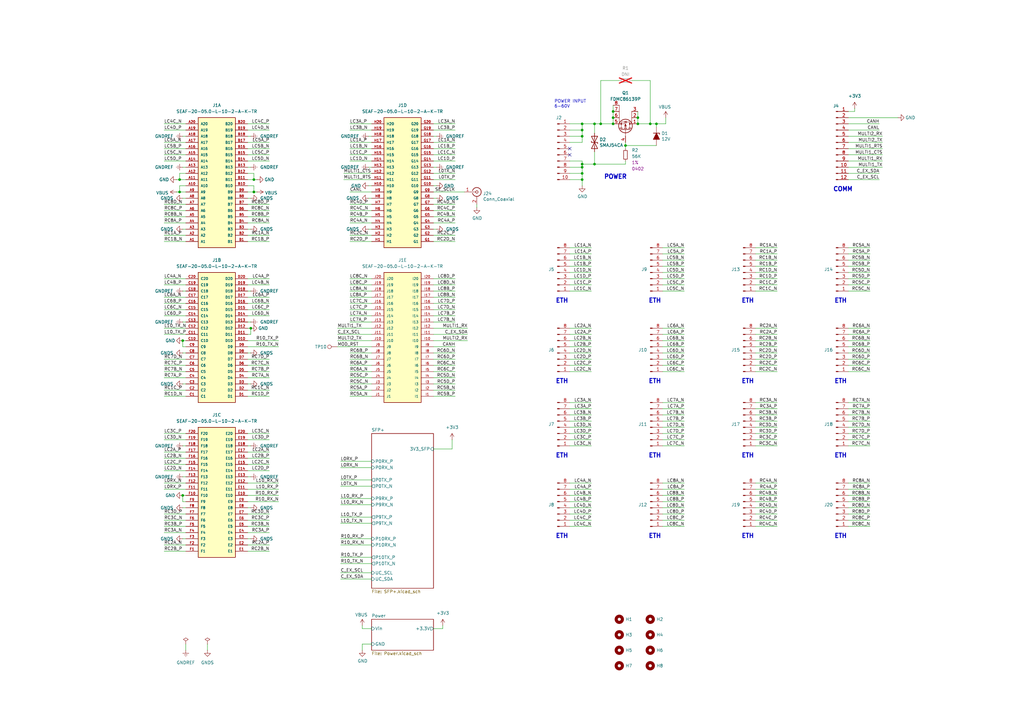
<source format=kicad_sch>
(kicad_sch (version 20231120) (generator "eeschema") (generator_version "8.0")
  (paper "A3")
  (title_block (title "RouterCoreBase") (date "2026-01-30") (rev "A"))
  (junction (at 243.84 50.8))
  (junction (at 251.46 45.72))
  (junction (at 266.7 50.8))
  (junction (at 251.46 50.8))
  (junction (at 104.14 73.66))
  (junction (at 261.62 48.26))
  (junction (at 256.54 59.69))
  (junction (at 238.76 53.34))
  (junction (at 238.76 73.66))
  (junction (at 238.76 68.58))
  (junction (at 261.62 50.8))
  (junction (at 73.66 78.74))
  (junction (at 238.76 50.8))
  (junction (at 238.76 71.12))
  (junction (at 251.46 48.26))
  (junction (at 238.76 55.88))
  (junction (at 243.84 67.31))
  (junction (at 74.93 139.7))
  (junction (at 269.24 50.8))
  (junction (at 246.38 50.8))
  (junction (at 74.93 203.2))
  (junction (at 102.87 134.62))
  (junction (at 73.66 73.66))
  (junction (at 104.14 78.74))
  (junction (at 238.76 67.31))
  (no_connect (at 233.68 60.96))
  (no_connect (at 233.68 63.5))
  (wire (pts (xy 76.2 76.2) (xy 73.66 76.2)))
  (wire (pts (xy 104.14 78.74) (xy 105.41 78.74)))
  (wire (pts (xy 186.69 58.42) (xy 177.8 58.42)))
  (wire (pts (xy 73.66 73.66) (xy 72.39 73.66)))
  (wire (pts (xy 76.2 142.24) (xy 74.93 142.24)))
  (wire (pts (xy 242.57 210.82) (xy 233.68 210.82)))
  (wire (pts (xy 73.66 71.12) (xy 76.2 71.12)))
  (wire (pts (xy 139.7 237.49) (xy 152.4 237.49)))
  (wire (pts (xy 256.54 58.42) (xy 256.54 59.69)))
  (wire (pts (xy 67.31 134.62) (xy 76.2 134.62)))
  (wire (pts (xy 356.87 203.2) (xy 347.98 203.2)))
  (wire (pts (xy 269.24 50.8) (xy 269.24 52.07)))
  (wire (pts (xy 195.58 83.82) (xy 195.58 85.09)))
  (wire (pts (xy 102.87 119.38) (xy 101.6 119.38)))
  (wire (pts (xy 110.49 121.92) (xy 101.6 121.92)))
  (wire (pts (xy 177.8 78.74) (xy 190.5 78.74)))
  (wire (pts (xy 242.57 134.62) (xy 233.68 134.62)))
  (wire (pts (xy 356.87 182.88) (xy 347.98 182.88)))
  (wire (pts (xy 152.4 71.12) (xy 140.97 71.12)))
  (wire (pts (xy 110.49 63.5) (xy 101.6 63.5)))
  (wire (pts (xy 102.87 157.48) (xy 101.6 157.48)))
  (wire (pts (xy 280.67 170.18) (xy 271.78 170.18)))
  (wire (pts (xy 356.87 106.68) (xy 347.98 106.68)))
  (wire (pts (xy 246.38 50.8) (xy 251.46 50.8)))
  (wire (pts (xy 280.67 104.14) (xy 271.78 104.14)))
  (wire (pts (xy 318.77 180.34) (xy 309.88 180.34)))
  (wire (pts (xy 110.49 185.42) (xy 101.6 185.42)))
  (wire (pts (xy 143.51 162.56) (xy 152.4 162.56)))
  (wire (pts (xy 74.93 119.38) (xy 76.2 119.38)))
  (wire (pts (xy 67.31 116.84) (xy 76.2 116.84)))
  (wire (pts (xy 318.77 165.1) (xy 309.88 165.1)))
  (wire (pts (xy 356.87 144.78) (xy 347.98 144.78)))
  (wire (pts (xy 110.49 127) (xy 101.6 127)))
  (wire (pts (xy 186.69 129.54) (xy 177.8 129.54)))
  (wire (pts (xy 242.57 101.6) (xy 233.68 101.6)))
  (wire (pts (xy 179.07 93.98) (xy 177.8 93.98)))
  (wire (pts (xy 242.57 142.24) (xy 233.68 142.24)))
  (wire (pts (xy 242.57 200.66) (xy 233.68 200.66)))
  (wire (pts (xy 101.6 139.7) (xy 114.3 139.7)))
  (wire (pts (xy 242.57 149.86) (xy 233.68 149.86)))
  (wire (pts (xy 152.4 199.39) (xy 139.7 199.39)))
  (wire (pts (xy 152.4 207.01) (xy 139.7 207.01)))
  (wire (pts (xy 138.43 137.16) (xy 152.4 137.16)))
  (wire (pts (xy 102.87 132.08) (xy 101.6 132.08)))
  (wire (pts (xy 361.95 55.88) (xy 347.98 55.88)))
  (wire (pts (xy 238.76 53.34) (xy 238.76 55.88)))
  (wire (pts (xy 67.31 129.54) (xy 76.2 129.54)))
  (wire (pts (xy 242.57 116.84) (xy 233.68 116.84)))
  (wire (pts (xy 280.67 208.28) (xy 271.78 208.28)))
  (wire (pts (xy 280.67 101.6) (xy 271.78 101.6)))
  (wire (pts (xy 238.76 55.88) (xy 238.76 58.42)))
  (wire (pts (xy 318.77 119.38) (xy 309.88 119.38)))
  (wire (pts (xy 104.14 71.12) (xy 101.6 71.12)))
  (wire (pts (xy 280.67 205.74) (xy 271.78 205.74)))
  (wire (pts (xy 191.77 134.62) (xy 177.8 134.62)))
  (wire (pts (xy 67.31 162.56) (xy 76.2 162.56)))
  (wire (pts (xy 152.4 214.63) (xy 139.7 214.63)))
  (wire (pts (xy 110.49 86.36) (xy 101.6 86.36)))
  (wire (pts (xy 179.07 81.28) (xy 177.8 81.28)))
  (wire (pts (xy 67.31 185.42) (xy 76.2 185.42)))
  (wire (pts (xy 76.2 264.16) (xy 76.2 266.7)))
  (wire (pts (xy 110.49 88.9) (xy 101.6 88.9)))
  (wire (pts (xy 143.51 66.04) (xy 152.4 66.04)))
  (wire (pts (xy 185.42 184.15) (xy 185.42 180.34)))
  (wire (pts (xy 186.69 60.96) (xy 177.8 60.96)))
  (wire (pts (xy 318.77 182.88) (xy 309.88 182.88)))
  (wire (pts (xy 356.87 104.14) (xy 347.98 104.14)))
  (wire (pts (xy 243.84 50.8) (xy 246.38 50.8)))
  (wire (pts (xy 246.38 33.02) (xy 246.38 50.8)))
  (wire (pts (xy 347.98 60.96) (xy 361.95 60.96)))
  (wire (pts (xy 242.57 165.1) (xy 233.68 165.1)))
  (wire (pts (xy 143.51 86.36) (xy 152.4 86.36)))
  (wire (pts (xy 143.51 154.94) (xy 152.4 154.94)))
  (wire (pts (xy 251.46 48.26) (xy 251.46 50.8)))
  (wire (pts (xy 177.8 184.15) (xy 185.42 184.15)))
  (wire (pts (xy 356.87 109.22) (xy 347.98 109.22)))
  (wire (pts (xy 110.49 213.36) (xy 101.6 213.36)))
  (wire (pts (xy 110.49 193.04) (xy 101.6 193.04)))
  (wire (pts (xy 318.77 198.12) (xy 309.88 198.12)))
  (wire (pts (xy 76.2 205.74) (xy 74.93 205.74)))
  (wire (pts (xy 280.67 111.76) (xy 271.78 111.76)))
  (wire (pts (xy 186.69 83.82) (xy 177.8 83.82)))
  (wire (pts (xy 67.31 127) (xy 76.2 127)))
  (wire (pts (xy 102.87 220.98) (xy 101.6 220.98)))
  (wire (pts (xy 242.57 139.7) (xy 233.68 139.7)))
  (wire (pts (xy 186.69 53.34) (xy 177.8 53.34)))
  (wire (pts (xy 152.4 204.47) (xy 139.7 204.47)))
  (wire (pts (xy 143.51 121.92) (xy 152.4 121.92)))
  (wire (pts (xy 280.67 210.82) (xy 271.78 210.82)))
  (wire (pts (xy 67.31 160.02) (xy 76.2 160.02)))
  (wire (pts (xy 110.49 149.86) (xy 101.6 149.86)))
  (wire (pts (xy 67.31 149.86) (xy 76.2 149.86)))
  (wire (pts (xy 238.76 67.31) (xy 243.84 67.31)))
  (wire (pts (xy 243.84 54.61) (xy 243.84 50.8)))
  (wire (pts (xy 318.77 210.82) (xy 309.88 210.82)))
  (wire (pts (xy 101.6 76.2) (xy 104.14 76.2)))
  (wire (pts (xy 74.93 93.98) (xy 76.2 93.98)))
  (wire (pts (xy 280.67 142.24) (xy 271.78 142.24)))
  (wire (pts (xy 67.31 198.12) (xy 76.2 198.12)))
  (wire (pts (xy 67.31 66.04) (xy 76.2 66.04)))
  (wire (pts (xy 152.4 212.09) (xy 139.7 212.09)))
  (wire (pts (xy 74.93 157.48) (xy 76.2 157.48)))
  (wire (pts (xy 233.68 55.88) (xy 238.76 55.88)))
  (wire (pts (xy 104.14 73.66) (xy 105.41 73.66)))
  (wire (pts (xy 233.68 50.8) (xy 238.76 50.8)))
  (wire (pts (xy 347.98 45.72) (xy 350.52 45.72)))
  (wire (pts (xy 67.31 213.36) (xy 76.2 213.36)))
  (wire (pts (xy 67.31 88.9) (xy 76.2 88.9)))
  (wire (pts (xy 318.77 106.68) (xy 309.88 106.68)))
  (wire (pts (xy 186.69 96.52) (xy 177.8 96.52)))
  (wire (pts (xy 318.77 203.2) (xy 309.88 203.2)))
  (wire (pts (xy 101.6 73.66) (xy 104.14 73.66)))
  (wire (pts (xy 101.6 205.74) (xy 114.3 205.74)))
  (wire (pts (xy 179.07 55.88) (xy 177.8 55.88)))
  (wire (pts (xy 85.09 264.16) (xy 85.09 266.7)))
  (wire (pts (xy 242.57 104.14) (xy 233.68 104.14)))
  (wire (pts (xy 110.49 53.34) (xy 101.6 53.34)))
  (wire (pts (xy 238.76 66.04) (xy 238.76 67.31)))
  (wire (pts (xy 280.67 177.8) (xy 271.78 177.8)))
  (wire (pts (xy 74.93 68.58) (xy 76.2 68.58)))
  (wire (pts (xy 102.87 68.58) (xy 101.6 68.58)))
  (wire (pts (xy 242.57 167.64) (xy 233.68 167.64)))
  (wire (pts (xy 67.31 124.46) (xy 76.2 124.46)))
  (wire (pts (xy 280.67 182.88) (xy 271.78 182.88)))
  (wire (pts (xy 110.49 114.3) (xy 101.6 114.3)))
  (wire (pts (xy 259.08 33.02) (xy 266.7 33.02)))
  (wire (pts (xy 110.49 215.9) (xy 101.6 215.9)))
  (wire (pts (xy 280.67 198.12) (xy 271.78 198.12)))
  (wire (pts (xy 280.67 116.84) (xy 271.78 116.84)))
  (wire (pts (xy 152.4 220.98) (xy 139.7 220.98)))
  (wire (pts (xy 280.67 144.78) (xy 271.78 144.78)))
  (wire (pts (xy 143.51 99.06) (xy 152.4 99.06)))
  (wire (pts (xy 318.77 142.24) (xy 309.88 142.24)))
  (wire (pts (xy 143.51 96.52) (xy 152.4 96.52)))
  (wire (pts (xy 186.69 50.8) (xy 177.8 50.8)))
  (wire (pts (xy 186.69 147.32) (xy 177.8 147.32)))
  (wire (pts (xy 242.57 198.12) (xy 233.68 198.12)))
  (wire (pts (xy 74.93 220.98) (xy 76.2 220.98)))
  (wire (pts (xy 67.31 147.32) (xy 76.2 147.32)))
  (wire (pts (xy 318.77 114.3) (xy 309.88 114.3)))
  (wire (pts (xy 151.13 76.2) (xy 152.4 76.2)))
  (wire (pts (xy 186.69 132.08) (xy 177.8 132.08)))
  (wire (pts (xy 251.46 45.72) (xy 251.46 48.26)))
  (wire (pts (xy 152.4 228.6) (xy 139.7 228.6)))
  (wire (pts (xy 347.98 63.5) (xy 361.95 63.5)))
  (wire (pts (xy 143.51 129.54) (xy 152.4 129.54)))
  (wire (pts (xy 261.62 45.72) (xy 261.62 48.26)))
  (wire (pts (xy 186.69 127) (xy 177.8 127)))
  (wire (pts (xy 177.8 142.24) (xy 186.69 142.24)))
  (wire (pts (xy 186.69 66.04) (xy 177.8 66.04)))
  (wire (pts (xy 177.8 257.81) (xy 181.61 257.81)))
  (wire (pts (xy 67.31 86.36) (xy 76.2 86.36)))
  (wire (pts (xy 67.31 60.96) (xy 76.2 60.96)))
  (wire (pts (xy 143.51 124.46) (xy 152.4 124.46)))
  (wire (pts (xy 67.31 58.42) (xy 76.2 58.42)))
  (wire (pts (xy 101.6 134.62) (xy 102.87 134.62)))
  (wire (pts (xy 152.4 196.85) (xy 139.7 196.85)))
  (wire (pts (xy 242.57 170.18) (xy 233.68 170.18)))
  (wire (pts (xy 179.07 68.58) (xy 177.8 68.58)))
  (wire (pts (xy 356.87 111.76) (xy 347.98 111.76)))
  (wire (pts (xy 361.95 66.04) (xy 347.98 66.04)))
  (wire (pts (xy 152.4 231.14) (xy 139.7 231.14)))
  (wire (pts (xy 143.51 119.38) (xy 152.4 119.38)))
  (wire (pts (xy 356.87 167.64) (xy 347.98 167.64)))
  (wire (pts (xy 347.98 53.34) (xy 360.68 53.34)))
  (wire (pts (xy 67.31 63.5) (xy 76.2 63.5)))
  (wire (pts (xy 280.67 137.16) (xy 271.78 137.16)))
  (wire (pts (xy 110.49 124.46) (xy 101.6 124.46)))
  (wire (pts (xy 280.67 203.2) (xy 271.78 203.2)))
  (wire (pts (xy 233.68 58.42) (xy 238.76 58.42)))
  (wire (pts (xy 110.49 50.8) (xy 101.6 50.8)))
  (wire (pts (xy 356.87 114.3) (xy 347.98 114.3)))
  (wire (pts (xy 73.66 73.66) (xy 76.2 73.66)))
  (wire (pts (xy 186.69 73.66) (xy 177.8 73.66)))
  (wire (pts (xy 238.76 68.58) (xy 238.76 71.12)))
  (wire (pts (xy 361.95 68.58) (xy 347.98 68.58)))
  (wire (pts (xy 143.51 114.3) (xy 152.4 114.3)))
  (wire (pts (xy 67.31 193.04) (xy 76.2 193.04)))
  (wire (pts (xy 110.49 147.32) (xy 101.6 147.32)))
  (wire (pts (xy 67.31 210.82) (xy 76.2 210.82)))
  (wire (pts (xy 318.77 205.74) (xy 309.88 205.74)))
  (wire (pts (xy 143.51 60.96) (xy 152.4 60.96)))
  (wire (pts (xy 186.69 116.84) (xy 177.8 116.84)))
  (wire (pts (xy 67.31 137.16) (xy 76.2 137.16)))
  (wire (pts (xy 186.69 152.4) (xy 177.8 152.4)))
  (wire (pts (xy 151.13 93.98) (xy 152.4 93.98)))
  (wire (pts (xy 110.49 96.52) (xy 101.6 96.52)))
  (wire (pts (xy 104.14 73.66) (xy 104.14 71.12)))
  (wire (pts (xy 143.51 58.42) (xy 152.4 58.42)))
  (wire (pts (xy 110.49 162.56) (xy 101.6 162.56)))
  (wire (pts (xy 318.77 144.78) (xy 309.88 144.78)))
  (wire (pts (xy 186.69 86.36) (xy 177.8 86.36)))
  (wire (pts (xy 181.61 257.81) (xy 181.61 256.54)))
  (wire (pts (xy 186.69 121.92) (xy 177.8 121.92)))
  (wire (pts (xy 110.49 187.96) (xy 101.6 187.96)))
  (wire (pts (xy 318.77 104.14) (xy 309.88 104.14)))
  (wire (pts (xy 67.31 152.4) (xy 76.2 152.4)))
  (wire (pts (xy 76.2 203.2) (xy 74.93 203.2)))
  (wire (pts (xy 256.54 59.69) (xy 269.24 59.69)))
  (wire (pts (xy 152.4 223.52) (xy 139.7 223.52)))
  (wire (pts (xy 251.46 43.18) (xy 251.46 45.72)))
  (wire (pts (xy 280.67 215.9) (xy 271.78 215.9)))
  (wire (pts (xy 318.77 116.84) (xy 309.88 116.84)))
  (wire (pts (xy 242.57 119.38) (xy 233.68 119.38)))
  (wire (pts (xy 101.6 137.16) (xy 102.87 137.16)))
  (wire (pts (xy 280.67 147.32) (xy 271.78 147.32)))
  (wire (pts (xy 280.67 134.62) (xy 271.78 134.62)))
  (wire (pts (xy 318.77 172.72) (xy 309.88 172.72)))
  (wire (pts (xy 67.31 114.3) (xy 76.2 114.3)))
  (wire (pts (xy 152.4 139.7) (xy 138.43 139.7)))
  (wire (pts (xy 186.69 119.38) (xy 177.8 119.38)))
  (wire (pts (xy 139.7 234.95) (xy 152.4 234.95)))
  (wire (pts (xy 101.6 78.74) (xy 104.14 78.74)))
  (wire (pts (xy 67.31 53.34) (xy 76.2 53.34)))
  (wire (pts (xy 318.77 200.66) (xy 309.88 200.66)))
  (wire (pts (xy 238.76 67.31) (xy 238.76 68.58)))
  (wire (pts (xy 318.77 152.4) (xy 309.88 152.4)))
  (wire (pts (xy 243.84 62.23) (xy 243.84 67.31)))
  (wire (pts (xy 318.77 208.28) (xy 309.88 208.28)))
  (wire (pts (xy 110.49 83.82) (xy 101.6 83.82)))
  (wire (pts (xy 233.68 71.12) (xy 238.76 71.12)))
  (wire (pts (xy 67.31 187.96) (xy 76.2 187.96)))
  (wire (pts (xy 110.49 154.94) (xy 101.6 154.94)))
  (wire (pts (xy 67.31 200.66) (xy 76.2 200.66)))
  (wire (pts (xy 101.6 200.66) (xy 114.3 200.66)))
  (wire (pts (xy 318.77 139.7) (xy 309.88 139.7)))
  (wire (pts (xy 318.77 147.32) (xy 309.88 147.32)))
  (wire (pts (xy 356.87 213.36) (xy 347.98 213.36)))
  (wire (pts (xy 110.49 91.44) (xy 101.6 91.44)))
  (wire (pts (xy 356.87 116.84) (xy 347.98 116.84)))
  (wire (pts (xy 350.52 45.72) (xy 350.52 44.45)))
  (wire (pts (xy 186.69 124.46) (xy 177.8 124.46)))
  (wire (pts (xy 110.49 160.02) (xy 101.6 160.02)))
  (wire (pts (xy 242.57 152.4) (xy 233.68 152.4)))
  (wire (pts (xy 143.51 78.74) (xy 152.4 78.74)))
  (wire (pts (xy 243.84 67.31) (xy 256.54 67.31)))
  (wire (pts (xy 356.87 200.66) (xy 347.98 200.66)))
  (wire (pts (xy 242.57 147.32) (xy 233.68 147.32)))
  (wire (pts (xy 152.4 73.66) (xy 140.97 73.66)))
  (wire (pts (xy 102.87 81.28) (xy 101.6 81.28)))
  (wire (pts (xy 67.31 96.52) (xy 76.2 96.52)))
  (wire (pts (xy 186.69 162.56) (xy 177.8 162.56)))
  (wire (pts (xy 143.51 83.82) (xy 152.4 83.82)))
  (wire (pts (xy 280.67 106.68) (xy 271.78 106.68)))
  (wire (pts (xy 143.51 88.9) (xy 152.4 88.9)))
  (wire (pts (xy 238.76 71.12) (xy 238.76 73.66)))
  (wire (pts (xy 67.31 215.9) (xy 76.2 215.9)))
  (wire (pts (xy 67.31 50.8) (xy 76.2 50.8)))
  (wire (pts (xy 242.57 203.2) (xy 233.68 203.2)))
  (wire (pts (xy 318.77 213.36) (xy 309.88 213.36)))
  (wire (pts (xy 233.68 73.66) (xy 238.76 73.66)))
  (wire (pts (xy 74.93 182.88) (xy 76.2 182.88)))
  (wire (pts (xy 280.67 165.1) (xy 271.78 165.1)))
  (wire (pts (xy 110.49 177.8) (xy 101.6 177.8)))
  (wire (pts (xy 347.98 58.42) (xy 361.95 58.42)))
  (wire (pts (xy 186.69 71.12) (xy 177.8 71.12)))
  (wire (pts (xy 74.93 55.88) (xy 76.2 55.88)))
  (wire (pts (xy 67.31 154.94) (xy 76.2 154.94)))
  (wire (pts (xy 242.57 144.78) (xy 233.68 144.78)))
  (wire (pts (xy 110.49 223.52) (xy 101.6 223.52)))
  (wire (pts (xy 318.77 149.86) (xy 309.88 149.86)))
  (wire (pts (xy 67.31 121.92) (xy 76.2 121.92)))
  (wire (pts (xy 151.13 81.28) (xy 152.4 81.28)))
  (wire (pts (xy 242.57 182.88) (xy 233.68 182.88)))
  (wire (pts (xy 242.57 106.68) (xy 233.68 106.68)))
  (wire (pts (xy 269.24 50.8) (xy 273.05 50.8)))
  (wire (pts (xy 233.68 53.34) (xy 238.76 53.34)))
  (wire (pts (xy 74.93 195.58) (xy 76.2 195.58)))
  (wire (pts (xy 186.69 88.9) (xy 177.8 88.9)))
  (wire (pts (xy 74.93 132.08) (xy 76.2 132.08)))
  (wire (pts (xy 347.98 71.12) (xy 360.68 71.12)))
  (wire (pts (xy 356.87 101.6) (xy 347.98 101.6)))
  (wire (pts (xy 67.31 226.06) (xy 76.2 226.06)))
  (wire (pts (xy 233.68 68.58) (xy 238.76 68.58)))
  (wire (pts (xy 102.87 195.58) (xy 101.6 195.58)))
  (wire (pts (xy 318.77 175.26) (xy 309.88 175.26)))
  (wire (pts (xy 110.49 129.54) (xy 101.6 129.54)))
  (wire (pts (xy 152.4 191.77) (xy 139.7 191.77)))
  (wire (pts (xy 356.87 205.74) (xy 347.98 205.74)))
  (wire (pts (xy 318.77 134.62) (xy 309.88 134.62)))
  (wire (pts (xy 186.69 144.78) (xy 177.8 144.78)))
  (wire (pts (xy 73.66 76.2) (xy 73.66 78.74)))
  (wire (pts (xy 242.57 172.72) (xy 233.68 172.72)))
  (wire (pts (xy 356.87 208.28) (xy 347.98 208.28)))
  (wire (pts (xy 76.2 139.7) (xy 74.93 139.7)))
  (wire (pts (xy 74.93 144.78) (xy 76.2 144.78)))
  (wire (pts (xy 238.76 50.8) (xy 243.84 50.8)))
  (wire (pts (xy 143.51 127) (xy 152.4 127)))
  (wire (pts (xy 101.6 198.12) (xy 114.3 198.12)))
  (wire (pts (xy 102.87 93.98) (xy 101.6 93.98)))
  (wire (pts (xy 273.05 48.26) (xy 273.05 50.8)))
  (wire (pts (xy 186.69 154.94) (xy 177.8 154.94)))
  (wire (pts (xy 186.69 157.48) (xy 177.8 157.48)))
  (wire (pts (xy 143.51 116.84) (xy 152.4 116.84)))
  (wire (pts (xy 238.76 73.66) (xy 238.76 76.2)))
  (wire (pts (xy 242.57 175.26) (xy 233.68 175.26)))
  (wire (pts (xy 67.31 177.8) (xy 76.2 177.8)))
  (wire (pts (xy 67.31 223.52) (xy 76.2 223.52)))
  (wire (pts (xy 186.69 114.3) (xy 177.8 114.3)))
  (wire (pts (xy 143.51 152.4) (xy 152.4 152.4)))
  (wire (pts (xy 318.77 109.22) (xy 309.88 109.22)))
  (wire (pts (xy 242.57 213.36) (xy 233.68 213.36)))
  (wire (pts (xy 191.77 137.16) (xy 177.8 137.16)))
  (wire (pts (xy 101.6 208.28) (xy 102.87 208.28)))
  (wire (pts (xy 191.77 139.7) (xy 177.8 139.7)))
  (wire (pts (xy 102.87 144.78) (xy 101.6 144.78)))
  (wire (pts (xy 242.57 109.22) (xy 233.68 109.22)))
  (wire (pts (xy 151.13 55.88) (xy 152.4 55.88)))
  (wire (pts (xy 318.77 167.64) (xy 309.88 167.64)))
  (wire (pts (xy 347.98 73.66) (xy 360.68 73.66)))
  (wire (pts (xy 67.31 83.82) (xy 76.2 83.82)))
  (wire (pts (xy 151.13 68.58) (xy 152.4 68.58)))
  (wire (pts (xy 110.49 180.34) (xy 101.6 180.34)))
  (wire (pts (xy 356.87 119.38) (xy 347.98 119.38)))
  (wire (pts (xy 101.6 142.24) (xy 114.3 142.24)))
  (wire (pts (xy 356.87 198.12) (xy 347.98 198.12)))
  (wire (pts (xy 356.87 137.16) (xy 347.98 137.16)))
  (wire (pts (xy 110.49 116.84) (xy 101.6 116.84)))
  (wire (pts (xy 67.31 190.5) (xy 76.2 190.5)))
  (wire (pts (xy 74.93 81.28) (xy 76.2 81.28)))
  (wire (pts (xy 110.49 58.42) (xy 101.6 58.42)))
  (wire (pts (xy 102.87 55.88) (xy 101.6 55.88)))
  (wire (pts (xy 67.31 99.06) (xy 76.2 99.06)))
  (wire (pts (xy 242.57 177.8) (xy 233.68 177.8)))
  (wire (pts (xy 356.87 165.1) (xy 347.98 165.1)))
  (wire (pts (xy 242.57 114.3) (xy 233.68 114.3)))
  (wire (pts (xy 110.49 218.44) (xy 101.6 218.44)))
  (wire (pts (xy 74.93 205.74) (xy 74.93 203.2)))
  (wire (pts (xy 280.67 152.4) (xy 271.78 152.4)))
  (wire (pts (xy 356.87 172.72) (xy 347.98 172.72)))
  (wire (pts (xy 186.69 91.44) (xy 177.8 91.44)))
  (wire (pts (xy 73.66 78.74) (xy 76.2 78.74)))
  (wire (pts (xy 242.57 180.34) (xy 233.68 180.34)))
  (wire (pts (xy 242.57 111.76) (xy 233.68 111.76)))
  (wire (pts (xy 254 33.02) (xy 246.38 33.02)))
  (wire (pts (xy 318.77 215.9) (xy 309.88 215.9)))
  (wire (pts (xy 318.77 170.18) (xy 309.88 170.18)))
  (wire (pts (xy 102.87 182.88) (xy 101.6 182.88)))
  (wire (pts (xy 356.87 147.32) (xy 347.98 147.32)))
  (wire (pts (xy 266.7 33.02) (xy 266.7 50.8)))
  (wire (pts (xy 242.57 208.28) (xy 233.68 208.28)))
  (wire (pts (xy 67.31 218.44) (xy 76.2 218.44)))
  (wire (pts (xy 318.77 101.6) (xy 309.88 101.6)))
  (wire (pts (xy 280.67 119.38) (xy 271.78 119.38)))
  (wire (pts (xy 110.49 190.5) (xy 101.6 190.5)))
  (wire (pts (xy 256.54 67.31) (xy 256.54 66.04)))
  (wire (pts (xy 356.87 215.9) (xy 347.98 215.9)))
  (wire (pts (xy 143.51 91.44) (xy 152.4 91.44)))
  (wire (pts (xy 280.67 172.72) (xy 271.78 172.72)))
  (wire (pts (xy 347.98 50.8) (xy 360.68 50.8)))
  (wire (pts (xy 347.98 48.26) (xy 368.3 48.26)))
  (wire (pts (xy 356.87 175.26) (xy 347.98 175.26)))
  (wire (pts (xy 186.69 149.86) (xy 177.8 149.86)))
  (wire (pts (xy 152.4 189.23) (xy 139.7 189.23)))
  (wire (pts (xy 73.66 78.74) (xy 72.39 78.74)))
  (wire (pts (xy 261.62 48.26) (xy 261.62 50.8)))
  (wire (pts (xy 143.51 132.08) (xy 152.4 132.08)))
  (wire (pts (xy 186.69 63.5) (xy 177.8 63.5)))
  (wire (pts (xy 143.51 149.86) (xy 152.4 149.86)))
  (wire (pts (xy 238.76 50.8) (xy 238.76 53.34)))
  (wire (pts (xy 356.87 149.86) (xy 347.98 149.86)))
  (wire (pts (xy 233.68 66.04) (xy 238.76 66.04)))
  (wire (pts (xy 318.77 111.76) (xy 309.88 111.76)))
  (wire (pts (xy 152.4 142.24) (xy 138.43 142.24)))
  (wire (pts (xy 110.49 99.06) (xy 101.6 99.06)))
  (wire (pts (xy 143.51 157.48) (xy 152.4 157.48)))
  (wire (pts (xy 110.49 152.4) (xy 101.6 152.4)))
  (wire (pts (xy 143.51 63.5) (xy 152.4 63.5)))
  (wire (pts (xy 143.51 53.34) (xy 152.4 53.34)))
  (wire (pts (xy 152.4 257.81) (xy 148.59 257.81)))
  (wire (pts (xy 186.69 99.06) (xy 177.8 99.06)))
  (wire (pts (xy 280.67 175.26) (xy 271.78 175.26)))
  (wire (pts (xy 356.87 177.8) (xy 347.98 177.8)))
  (wire (pts (xy 67.31 180.34) (xy 76.2 180.34)))
  (wire (pts (xy 356.87 180.34) (xy 347.98 180.34)))
  (wire (pts (xy 356.87 134.62) (xy 347.98 134.62)))
  (wire (pts (xy 148.59 266.7) (xy 148.59 264.16)))
  (wire (pts (xy 186.69 160.02) (xy 177.8 160.02)))
  (wire (pts (xy 280.67 149.86) (xy 271.78 149.86)))
  (wire (pts (xy 266.7 50.8) (xy 269.24 50.8)))
  (wire (pts (xy 110.49 60.96) (xy 101.6 60.96)))
  (wire (pts (xy 356.87 152.4) (xy 347.98 152.4)))
  (wire (pts (xy 177.8 76.2) (xy 179.07 76.2)))
  (wire (pts (xy 67.31 91.44) (xy 76.2 91.44)))
  (wire (pts (xy 143.51 144.78) (xy 152.4 144.78)))
  (wire (pts (xy 143.51 160.02) (xy 152.4 160.02)))
  (wire (pts (xy 356.87 210.82) (xy 347.98 210.82)))
  (wire (pts (xy 110.49 210.82) (xy 101.6 210.82)))
  (wire (pts (xy 148.59 257.81) (xy 148.59 256.54)))
  (wire (pts (xy 148.59 264.16) (xy 152.4 264.16)))
  (wire (pts (xy 138.43 134.62) (xy 152.4 134.62)))
  (wire (pts (xy 101.6 203.2) (xy 114.3 203.2)))
  (wire (pts (xy 104.14 76.2) (xy 104.14 78.74)))
  (wire (pts (xy 143.51 147.32) (xy 152.4 147.32)))
  (wire (pts (xy 318.77 177.8) (xy 309.88 177.8)))
  (wire (pts (xy 356.87 139.7) (xy 347.98 139.7)))
  (wire (pts (xy 102.87 137.16) (xy 102.87 134.62)))
  (wire (pts (xy 356.87 142.24) (xy 347.98 142.24)))
  (wire (pts (xy 74.93 142.24) (xy 74.93 139.7)))
  (wire (pts (xy 280.67 167.64) (xy 271.78 167.64)))
  (wire (pts (xy 110.49 226.06) (xy 101.6 226.06)))
  (wire (pts (xy 280.67 180.34) (xy 271.78 180.34)))
  (wire (pts (xy 280.67 109.22) (xy 271.78 109.22)))
  (wire (pts (xy 280.67 213.36) (xy 271.78 213.36)))
  (wire (pts (xy 256.54 60.96) (xy 256.54 59.69)))
  (wire (pts (xy 242.57 215.9) (xy 233.68 215.9)))
  (wire (pts (xy 318.77 137.16) (xy 309.88 137.16)))
  (wire (pts (xy 280.67 114.3) (xy 271.78 114.3)))
  (wire (pts (xy 242.57 205.74) (xy 233.68 205.74)))
  (wire (pts (xy 356.87 170.18) (xy 347.98 170.18)))
  (wire (pts (xy 110.49 66.04) (xy 101.6 66.04)))
  (wire (pts (xy 74.93 208.28) (xy 76.2 208.28)))
  (wire (pts (xy 242.57 137.16) (xy 233.68 137.16)))
  (wire (pts (xy 73.66 73.66) (xy 73.66 71.12)))
  (wire (pts (xy 280.67 200.66) (xy 271.78 200.66)))
  (wire (pts (xy 143.51 50.8) (xy 152.4 50.8)))
  (wire (pts (xy 261.62 50.8) (xy 266.7 50.8)))
  (wire (pts (xy 280.67 139.7) (xy 271.78 139.7)))
  (text "ETH" (at 227.838 187.96 0) (effects (font (size 1.778 1.778) (thickness 0.381) (bold yes)) (justify left bottom)))
  (text "ETH" (at 304.038 187.96 0) (effects (font (size 1.778 1.778) (thickness 0.381) (bold yes)) (justify left bottom)))
  (text "ETH" (at 304.038 220.98 0) (effects (font (size 1.778 1.778) (thickness 0.381) (bold yes)) (justify left bottom)))
  (text "ETH" (at 265.938 187.96 0) (effects (font (size 1.778 1.778) (thickness 0.381) (bold yes)) (justify left bottom)))
  (text "ETH" (at 342.138 124.46 0) (effects (font (size 1.778 1.778) (thickness 0.381) (bold yes)) (justify left bottom)))
  (text "ETH" (at 304.038 124.46 0) (effects (font (size 1.778 1.778) (thickness 0.381) (bold yes)) (justify left bottom)))
  (text "ETH" (at 265.938 157.48 0) (effects (font (size 1.778 1.778) (thickness 0.381) (bold yes)) (justify left bottom)))
  (text "POWER" (at 247.65 73.66 0) (effects (font (size 1.778 1.778) (thickness 0.381) (bold yes)) (justify left bottom)))
  (text "ETH" (at 342.138 220.98 0) (effects (font (size 1.778 1.778) (thickness 0.381) (bold yes)) (justify left bottom)))
  (text "ETH" (at 265.938 220.98 0) (effects (font (size 1.778 1.778) (thickness 0.381) (bold yes)) (justify left bottom)))
  (text "COMM" (at 341.63 78.74 0) (effects (font (size 1.778 1.778) (thickness 0.381) (bold yes)) (justify left bottom)))
  (text "ETH" (at 227.838 220.98 0) (effects (font (size 1.778 1.778) (thickness 0.381) (bold yes)) (justify left bottom)))
  (text "ETH" (at 227.838 124.46 0) (effects (font (size 1.778 1.778) (thickness 0.381) (bold yes)) (justify left bottom)))
  (text "ETH" (at 342.138 157.48 0) (effects (font (size 1.778 1.778) (thickness 0.381) (bold yes)) (justify left bottom)))
  (text "POWER INPUT \n6-60V" (at 227.33 44.45 0) (effects (font (size 1.27 1.27)) (justify left bottom)))
  (text "ETH" (at 304.038 157.48 0) (effects (font (size 1.778 1.778) (thickness 0.381) (bold yes)) (justify left bottom)))
  (text "ETH" (at 342.138 187.96 0) (effects (font (size 1.778 1.778) (thickness 0.381) (bold yes)) (justify left bottom)))
  (text "ETH" (at 227.838 157.48 0) (effects (font (size 1.778 1.778) (thickness 0.381) (bold yes)) (justify left bottom)))
  (text "ETH" (at 265.938 124.46 0) (effects (font (size 1.778 1.778) (thickness 0.381) (bold yes)) (justify left bottom)))
  (label "LC3A_P" (at 143.51 50.8 0))
  (label "LC4D_P" (at 67.31 53.34 0))
  (label "LC2B_N" (at 67.31 187.96 0))
  (label "LC3A_N" (at 242.57 165.1 180))
  (label "L10_RX_N" (at 114.3 198.12 180))
  (label "LC6A_N" (at 280.67 134.62 180))
  (label "RC3B_P" (at 67.31 215.9 0))
  (label "LC8C_N" (at 280.67 215.9 180))
  (label "LC2B_P" (at 110.49 187.96 180))
  (label "LC8D_N" (at 280.67 208.28 180))
  (label "LC6C_P" (at 110.49 127 180))
  (label "LC8C_P" (at 143.51 116.84 0))
  (label "LC1B_P" (at 242.57 109.22 180))
  (label "LC7C_P" (at 143.51 127 0))
  (label "LC2D_N" (at 242.57 144.78 180))
  (label "RC3C_P" (at 318.77 180.34 180))
  (label "RC6D_P" (at 186.69 147.32 180))
  (label "RC5D_N" (at 356.87 111.76 180))
  (label "LC7A_N" (at 143.51 129.54 0))
  (label "RC6B_P" (at 356.87 142.24 180))
  (label "L10_TX_N" (at 139.7 214.63 0))
  (label "LC6C_N" (at 67.31 127 0))
  (label "RC5C_N" (at 143.51 157.48 0))
  (label "RC7B_P" (at 356.87 172.72 180))
  (label "LC5A_N" (at 280.67 101.6 180))
  (label "LC5D_P" (at 67.31 66.04 0))
  (label "LC3C_P" (at 67.31 177.8 0))
  (label "RC7A_P" (at 356.87 167.64 180))
  (label "RC8B_P" (at 110.49 88.9 180))
  (label "R10_TX_N" (at 114.3 142.24 180))
  (label "LC7D_P" (at 186.69 124.46 180))
  (label "LC3C_N" (at 110.49 177.8 180))
  (label "RC6B_N" (at 143.51 147.32 0))
  (label "LC8B_P" (at 186.69 119.38 180))
  (label "LC3B_P" (at 242.57 172.72 180))
  (label "RC7D_P" (at 356.87 177.8 180))
  (label "L10_RX_P" (at 139.7 204.47 0))
  (label "RC3A_P" (at 318.77 167.64 180))
  (label "LC7B_P" (at 280.67 172.72 180))
  (label "RC3C_N" (at 318.77 182.88 180))
  (label "LC2A_N" (at 110.49 185.42 180))
  (label "RC3D_N" (at 318.77 175.26 180))
  (label "RC6C_N" (at 356.87 152.4 180))
  (label "LC7C_N" (at 143.51 124.46 0))
  (label "LC1C_P" (at 242.57 116.84 180))
  (label "RC1C_P" (at 67.31 160.02 0))
  (label "LC5A_N" (at 67.31 58.42 0))
  (label "C_EX_SDA" (at 360.68 71.12 180))
  (label "MULTI1_CTS" (at 361.95 63.5 180))
  (label "LC6D_P" (at 67.31 129.54 0))
  (label "LC2D_N" (at 67.31 193.04 0))
  (label "RC8B_N" (at 67.31 88.9 0))
  (label "RC6A_P" (at 143.51 149.86 0))
  (label "RC3D_P" (at 67.31 210.82 0))
  (label "RC6C_P" (at 186.69 152.4 180))
  (label "LC7A_P" (at 143.51 132.08 0))
  (label "LC6C_P" (at 280.67 149.86 180))
  (label "RC2A_P" (at 110.49 223.52 180))
  (label "RC3B_P" (at 318.77 172.72 180))
  (label "MULTI1_CTS" (at 140.97 71.12 0))
  (label "RC7A_P" (at 67.31 154.94 0))
  (label "RC2D_P" (at 318.77 147.32 180))
  (label "RC2C_P" (at 186.69 96.52 180))
  (label "LC7B_N" (at 280.67 170.18 180))
  (label "LC5B_P" (at 280.67 109.22 180))
  (label "RC7B_P" (at 110.49 152.4 180))
  (label "C_EX_SCL" (at 138.43 137.16 0))
  (label "LC1C_N" (at 186.69 63.5 180))
  (label "L0TX_P" (at 186.69 73.66 180))
  (label "LC4D_P" (at 242.57 210.82 180))
  (label "LC3B_P" (at 186.69 53.34 180))
  (label "RC5B_N" (at 186.69 160.02 180))
  (label "LC6B_N" (at 110.49 124.46 180))
  (label "LC6A_P" (at 280.67 137.16 180))
  (label "SE_SCLK" (at 186.69 78.74 180))
  (label "RC4C_N" (at 318.77 215.9 180))
  (label "LC3B_N" (at 143.51 53.34 0))
  (label "LC1C_N" (at 242.57 119.38 180))
  (label "RC8A_N" (at 356.87 198.12 180))
  (label "RC7C_P" (at 67.31 149.86 0))
  (label "RC1D_P" (at 110.49 162.56 180))
  (label "RC7B_N" (at 67.31 152.4 0))
  (label "LC7C_P" (at 280.67 180.34 180))
  (label "CANL" (at 143.51 78.74 0))
  (label "LC2C_N" (at 110.49 190.5 180))
  (label "LC4B_N" (at 110.49 116.84 180))
  (label "LC8D_N" (at 186.69 116.84 180))
  (label "LC4B_P" (at 67.31 116.84 0))
  (label "LC7D_N" (at 186.69 127 180))
  (label "LC4A_P" (at 110.49 114.3 180))
  (label "LC8C_N" (at 143.51 114.3 0))
  (label "RC8D_P" (at 110.49 83.82 180))
  (label "R10_RX_P" (at 139.7 220.98 0))
  (label "RC8D_N" (at 356.87 208.28 180))
  (label "MULTI1_TX" (at 361.95 68.58 180))
  (label "RC1A_N" (at 318.77 101.6 180))
  (label "MULTI1_RX" (at 191.77 134.62 180))
  (label "L0RX_P" (at 67.31 200.66 0))
  (label "RC7D_N" (at 356.87 175.26 180))
  (label "LC5C_N" (at 280.67 119.38 180))
  (label "RC5D_N" (at 186.69 154.94 180))
  (label "RC1A_N" (at 110.49 96.52 180))
  (label "LC3D_P" (at 110.49 180.34 180))
  (label "RC8B_P" (at 356.87 205.74 180))
  (label "RC1A_P" (at 318.77 104.14 180))
  (label "RC3C_N" (at 67.31 213.36 0))
  (label "RC8C_P" (at 67.31 86.36 0))
  (label "LC1B_N" (at 143.51 60.96 0))
  (label "RC7B_N" (at 356.87 170.18 180))
  (label "RC8C_N" (at 110.49 86.36 180))
  (label "L10_TX_P" (at 67.31 137.16 0))
  (label "RC5C_P" (at 356.87 116.84 180))
  (label "LC5A_P" (at 280.67 104.14 180))
  (label "RC2B_N" (at 318.77 139.7 180))
  (label "LC7B_P" (at 186.69 129.54 180))
  (label "LC5C_P" (at 280.67 116.84 180))
  (label "LC7D_N" (at 280.67 175.26 180))
  (label "LC3D_P" (at 242.57 177.8 180))
  (label "RC5B_N" (at 356.87 106.68 180))
  (label "L10_TX_P" (at 139.7 212.09 0))
  (label "RC7C_N" (at 356.87 182.88 180))
  (label "LC6B_N" (at 280.67 139.7 180))
  (label "RC6C_P" (at 356.87 149.86 180))
  (label "LC1D_P" (at 242.57 114.3 180))
  (label "RC2B_P" (at 318.77 142.24 180))
  (label "LC4C_N" (at 242.57 215.9 180))
  (label "RC5A_P" (at 356.87 104.14 180))
  (label "RC7A_N" (at 356.87 165.1 180))
  (label "LC6C_N" (at 280.67 152.4 180))
  (label "LC3D_N" (at 67.31 180.34 0))
  (label "LC4D_N" (at 110.49 53.34 180))
  (label "LC5C_P" (at 110.49 63.5 180))
  (label "RC5A_P" (at 143.51 160.02 0))
  (label "LC8B_N" (at 280.67 203.2 180))
  (label "L0RX_P" (at 139.7 189.23 0))
  (label "LC8D_P" (at 280.67 210.82 180))
  (label "RC1D_N" (at 67.31 162.56 0))
  (label "MULTI1_RX" (at 361.95 66.04 180))
  (label "RC5A_N" (at 356.87 101.6 180))
  (label "LC2D_P" (at 242.57 147.32 180))
  (label "MULTI1_TX" (at 138.43 134.62 0))
  (label "C_EX_SDA" (at 139.7 237.49 0))
  (label "RC8A_P" (at 67.31 91.44 0))
  (label "LC3A_N" (at 186.69 50.8 180))
  (label "RC2D_N" (at 186.69 99.06 180))
  (label "RC7C_N" (at 110.49 149.86 180))
  (label "LC2D_P" (at 110.49 193.04 180))
  (label "RC1D_N" (at 318.77 111.76 180))
  (label "L10_RX_P" (at 114.3 200.66 180))
  (label "RC2C_N" (at 143.51 96.52 0))
  (label "LC8A_P" (at 280.67 200.66 180))
  (label "LC1D_P" (at 186.69 66.04 180))
  (label "LC1A_P" (at 242.57 104.14 180))
  (label "RC3D_P" (at 318.77 177.8 180))
  (label "RC6B_P" (at 143.51 144.78 0))
  (label "LC5D_N" (at 280.67 111.76 180))
  (label "LC6B_P" (at 67.31 124.46 0))
  (label "RC1C_N" (at 110.49 160.02 180))
  (label "L0RX_N" (at 139.7 191.77 0))
  (label "LC6D_N" (at 280.67 144.78 180))
  (label "RC5B_P" (at 356.87 109.22 180))
  (label "LC5B_N" (at 110.49 60.96 180))
  (label "LC2C_P" (at 242.57 149.86 180))
  (label "LC4B_N" (at 242.57 203.2 180))
  (label "RC8C_P" (at 356.87 213.36 180))
  (label "LC8A_P" (at 143.51 121.92 0))
  (label "LC3C_P" (at 242.57 180.34 180))
  (label "LC1D_N" (at 242.57 111.76 180))
  (label "RC4A_N" (at 143.51 91.44 0))
  (label "R10_RX_N" (at 114.3 205.74 180))
  (label "LC5D_N" (at 110.49 66.04 180))
  (label "RC6A_N" (at 356.87 134.62 180))
  (label "RC3B_N" (at 110.49 215.9 180))
  (label "LC3C_N" (at 242.57 182.88 180))
  (label "RC1C_P" (at 318.77 116.84 180))
  (label "RC4A_N" (at 318.77 198.12 180))
  (label "RC5A_N" (at 143.51 162.56 0))
  (label "RC4A_P" (at 318.77 200.66 180))
  (label "MULTI2_TX" (at 138.43 139.7 0))
  (label "LC1A_P" (at 143.51 58.42 0))
  (label "LC6D_P" (at 280.67 147.32 180))
  (label "RC7D_P" (at 110.49 147.32 180))
  (label "R10_TX_N" (at 139.7 231.14 0))
  (label "MULTI2_TX" (at 361.95 58.42 180))
  (label "MULTI2_RX" (at 361.95 55.88 180))
  (label "LC4C_P" (at 110.49 50.8 180))
  (label "CANL" (at 360.68 53.34 180))
  (label "RC1B_P" (at 318.77 109.22 180))
  (label "RC5D_P" (at 356.87 114.3 180))
  (label "MOD_RST" (at 138.43 142.24 0))
  (label "RC2D_N" (at 318.77 144.78 180))
  (label "LC4D_N" (at 242.57 208.28 180))
  (label "RC4B_P" (at 318.77 205.74 180))
  (label "LC2A_P" (at 242.57 137.16 180))
  (label "CANH" (at 186.69 142.24 180))
  (label "LC5A_P" (at 110.49 58.42 180))
  (label "R10_RX_P" (at 114.3 203.2 180))
  (label "LC4B_P" (at 242.57 205.74 180))
  (label "LC6B_P" (at 280.67 142.24 180))
  (label "RC5C_P" (at 143.51 154.94 0))
  (label "C_EX_SDA" (at 191.77 137.16 180))
  (label "LC5B_N" (at 280.67 106.68 180))
  (label "RC4D_P" (at 143.51 83.82 0))
  (label "LC7B_N" (at 186.69 132.08 180))
  (label "RC3A_P" (at 110.49 218.44 180))
  (label "LC8A_N" (at 280.67 198.12 180))
  (label "LC1D_N" (at 143.51 66.04 0))
  (label "LC2A_N" (at 242.57 134.62 180))
  (label "RC8D_N" (at 67.31 83.82 0))
  (label "LC4C_P" (at 242.57 213.36 180))
  (label "RC4D_N" (at 186.69 83.82 180))
  (label "RC2B_N" (at 110.49 226.06 180))
  (label "LC2B_P" (at 242.57 142.24 180))
  (label "RC3A_N" (at 67.31 218.44 0))
  (label "LC7A_N" (at 280.67 165.1 180))
  (label "LC5C_N" (at 67.31 63.5 0))
  (label "LC8A_N" (at 143.51 119.38 0))
  (label "LC1C_P" (at 143.51 63.5 0))
  (label "RC3D_N" (at 110.49 210.82 180))
  (label "RC3B_N" (at 318.77 170.18 180))
  (label "RC6A_N" (at 143.51 152.4 0))
  (label "RC8B_N" (at 356.87 203.2 180))
  (label "MULTI1_RTS" (at 140.97 73.66 0))
  (label "RC2A_N" (at 318.77 134.62 180))
  (label "RC1B_N" (at 318.77 106.68 180))
  (label "LC5B_P" (at 67.31 60.96 0))
  (label "RC2C_N" (at 318.77 152.4 180))
  (label "C_EX_SCL" (at 360.68 73.66 180))
  (label "RC4C_P" (at 186.69 86.36 180))
  (label "L0RX_N" (at 67.31 198.12 0))
  (label "L10_RX_N" (at 139.7 207.01 0))
  (label "RC6A_P" (at 356.87 137.16 180))
  (label "RC7A_N" (at 110.49 154.94 180))
  (label "CANH" (at 360.68 50.8 180))
  (label "L0TX_N" (at 139.7 199.39 0))
  (label "LC4A_P" (at 242.57 200.66 180))
  (label "C_EX_SCL" (at 139.7 234.95 0))
  (label "L0TX_N" (at 186.69 71.12 180))
  (label "RC7D_N" (at 67.31 147.32 0))
  (label "RC4B_N" (at 318.77 203.2 180))
  (label "RC1A_P" (at 67.31 96.52 0))
  (label "RC6D_N" (at 186.69 144.78 180))
  (label "LC3A_P" (at 242.57 167.64 180))
  (label "RC4B_N" (at 186.69 88.9 180))
  (label "RC5C_N" (at 356.87 119.38 180))
  (label "R10_TX_P" (at 114.3 139.7 180))
  (label "LC8B_P" (at 280.67 205.74 180))
  (label "LC3B_N" (at 242.57 170.18 180))
  (label "RC2A_P" (at 318.77 137.16 180))
  (label "LC2C_N" (at 242.57 152.4 180))
  (label "RC8A_P" (at 356.87 200.66 180))
  (label "RC5B_P" (at 186.69 162.56 180))
  (label "LC8B_N" (at 186.69 121.92 180))
  (label "RC4C_N" (at 143.51 86.36 0))
  (label "L0TX_P" (at 139.7 196.85 0))
  (label "RC1C_N" (at 318.77 119.38 180))
  (label "LC1B_N" (at 242.57 106.68 180))
  (label "RC1B_P" (at 110.49 99.06 180))
  (label "R10_TX_P" (at 139.7 228.6 0))
  (label "MULTI1_RTS" (at 361.95 60.96 180))
  (label "RC4B_P" (at 143.51 88.9 0))
  (label "RC6C_N" (at 186.69 149.86 180))
  (label "RC6D_P" (at 356.87 147.32 180))
  (label "LC6A_P" (at 110.49 121.92 180))
  (label "LC2B_N" (at 242.57 139.7 180))
  (label "LC8D_P" (at 186.69 114.3 180))
  (label "RC2C_P" (at 318.77 149.86 180))
  (label "LC7A_P" (at 280.67 167.64 180))
  (label "RC3A_N" (at 318.77 165.1 180))
  (label "RC4D_N" (at 318.77 208.28 180))
  (label "R10_RX_N" (at 139.7 223.52 0))
  (label "RC4C_P" (at 318.77 213.36 180))
  (label "RC2A_N" (at 67.31 223.52 0))
  (label "LC5D_P" (at 280.67 114.3 180))
  (label "LC3D_N" (at 242.57 175.26 180))
  (label "RC8C_N" (at 356.87 215.9 180))
  (label "RC4D_P" (at 318.77 210.82 180))
  (label "L10_TX_N" (at 67.31 134.62 0))
  (label "LC8C_P" (at 280.67 213.36 180))
  (label "LC7D_P" (at 280.67 177.8 180))
  (label "RC8D_P" (at 356.87 210.82 180))
  (label "LC6D_N" (at 110.49 129.54 180))
  (label "RC5D_P" (at 186.69 157.48 180))
  (label "RC2D_P" (at 143.51 99.06 0))
  (label "RC1D_P" (at 318.77 114.3 180))
  (label "LC6A_N" (at 67.31 121.92 0))
  (label "RC6D_N" (at 356.87 144.78 180))
  (label "RC6B_N" (at 356.87 139.7 180))
  (label "MULTI2_RX" (at 191.77 139.7 180))
  (label "LC7C_N" (at 280.67 182.88 180))
  (label "RC4A_P" (at 186.69 91.44 180))
  (label "LC1A_N" (at 242.57 101.6 180))
  (label "LC1B_P" (at 186.69 60.96 180))
  (label "LC2A_P" (at 67.31 185.42 0))
  (label "RC2B_P" (at 67.31 226.06 0))
  (label "LC1A_N" (at 186.69 58.42 180))
  (label "RC1B_N" (at 67.31 99.06 0))
  (label "LC4A_N" (at 242.57 198.12 180))
  (label "LC2C_P" (at 67.31 190.5 0))
  (label "LC4C_N" (at 67.31 50.8 0))
  (label "RC7C_P" (at 356.87 180.34 180))
  (label "RC8A_N" (at 110.49 91.44 180))
  (label "LC4A_N" (at 67.31 114.3 0))
  (label "RC3C_P" (at 110.49 213.36 180))
  (symbol (lib_id "Kpk:SEAF-20-05.0-L-10-2-A-K-TR") (at 165.1 139.7 180) (unit 5)
    (property "Reference" "J1" (at 165.1 106.68 0))
    (property "Value" "SEAF-20-05.0-L-10-2-A-K-TR" (at 165.1 109.22 0))
    (property "Footprint" "Kpk:SAMTEC_SEAF-20-05.0-L-10-2-A-K-TR" (effects (hide yes)))
    (property "Datasheet" "https://mm.digikey.com/Volume0/opasdata/d220001/medias/docus/6129/seaf-xx-xx.x-xx-xx-x-a-xx-k-xr-mkt.pdf" (effects (hide yes)))
    (property "Description" "CONN HD ARRAY RCPT 200P SMD GOLD" (effects (hide yes)))
    (property "MFG1" "SAMTEC" (effects (hide yes)))
    (property "MFG1_PART#" "SEAF-20-05.0-L-10-2-A-K-TR" (effects (hide yes)))
    (property "Price 100U" "12.91510" (effects (hide yes)))
    (property "Price 10U" "16.85600" (effects (hide yes)))
    (property "Price 1KU" "10.10000" (effects (hide yes)))
    (property "Supplier 1" "Digi-Key" (effects (hide yes)))
    (property "JLC" "C6216347" (effects (hide yes)))
    (property "LCSC#" "C6216347" (effects (hide yes)))
  )
  (symbol (lib_id "Connector:Conn_01x08_Pin") (at 342.9 111.76 0) (mirror x) (unit 1)
    (property "Reference" "J14" (at 341.63 110.4899 0) (effects (justify right)))
    (property "Value" "2147210081" (effects (hide yes)))
    (property "Footprint" "Kpk:Molex_Zero-Hachi_214721-00XX_1x08_P0.8mm_Horizontal" (effects (hide yes)))
    (property "Description" "ZERO-HACHI 8P 0.8 HDR SR RA ETP AU" (effects (hide yes)))
    (property "Supplier 1" "Digi-Key" (effects (hide yes)))
    (property "MFG1_PART#" "2147210081" (effects (hide yes)))
    (property "MFG1" "Molex" (effects (hide yes)))
    (property "Price 100U" "1.21130" (effects (hide yes)))
    (property "Price 10U" "1.42500" (effects (hide yes)))
    (property "TEMP" "-40°C ~ 105°C" (effects (hide yes)))
    (property "Price 1KU" "1.02960" (effects (hide yes)))
    (property "MFG2_PART#" "2147210080" (effects (hide yes)))
  )
  (symbol (lib_id "power:VBUS") (at 72.39 78.74 90) (mirror x) (unit 1)
    (property "Reference" "#PWR07" (effects (hide yes)))
    (property "Value" "VBUS" (at 69.1388 79.121 90) (effects (justify left)))
  )
  (symbol (lib_id "power:GNDREF") (at 76.2 266.7 0) (unit 1)
    (property "Reference" "#PWR095" (effects (hide yes)))
    (property "Value" "GNDREF" (at 76.2 271.78 0))
  )
  (symbol (lib_id "power:GNDS") (at 74.93 93.98 270) (unit 1)
    (property "Reference" "#PWR011" (effects (hide yes)))
    (property "Value" "GNDS" (at 71.12 93.9799 90) (effects (justify right)))
    (property "Description" "Power symbol creates a global label with name \"GNDS\" , signal ground" (effects (hide yes)))
  )
  (symbol (lib_id "Kpk:SEAF-20-05.0-L-10-2-A-K-TR") (at 165.1 76.2 180) (unit 4)
    (property "Reference" "J1" (at 165.1 43.18 0))
    (property "Value" "SEAF-20-05.0-L-10-2-A-K-TR" (at 165.1 45.72 0))
    (property "Footprint" "Kpk:SAMTEC_SEAF-20-05.0-L-10-2-A-K-TR" (effects (hide yes)))
    (property "Datasheet" "https://mm.digikey.com/Volume0/opasdata/d220001/medias/docus/6129/seaf-xx-xx.x-xx-xx-x-a-xx-k-xr-mkt.pdf" (effects (hide yes)))
    (property "Description" "CONN HD ARRAY RCPT 200P SMD GOLD" (effects (hide yes)))
    (property "MFG1" "SAMTEC" (effects (hide yes)))
    (property "MFG1_PART#" "SEAF-20-05.0-L-10-2-A-K-TR" (effects (hide yes)))
    (property "Price 100U" "12.91510" (effects (hide yes)))
    (property "Price 10U" "16.85600" (effects (hide yes)))
    (property "Price 1KU" "10.10000" (effects (hide yes)))
    (property "Supplier 1" "Digi-Key" (effects (hide yes)))
    (property "JLC" "C6216347" (effects (hide yes)))
    (property "LCSC#" "C6216347" (effects (hide yes)))
  )
  (symbol (lib_id "Connector:Conn_Coaxial") (at 195.58 78.74 0) (unit 1)
    (property "Reference" "J24" (at 198.12 79.375 0) (effects (justify left)))
    (property "Value" "Conn_Coaxial" (at 198.12 81.6864 0) (effects (justify left)))
    (property "Footprint" "Kpk:U.FL_Hirose_U.FL-R-SMT-1_Vertical" (effects (hide yes)))
    (property "Description" "CONN UMC RCPT STR 50 OHM SMD" (effects (hide yes)))
    (property "Supplier 1" "LCSC" (effects (hide yes)))
    (property "LCSC#" "C88374" (effects (hide yes)))
    (property "MFG1_PART#" "U.FL-R-SMT-1(80)" (effects (hide yes)))
    (property "JLC" "C88374" (effects (hide yes)))
    (property "MFG1" "HRS(Hirose)" (effects (hide yes)))
    (property "Price 100U" "0.0991" (effects (hide yes)))
    (property "Price 10U" "0.1225" (effects (hide yes)))
    (property "Price 1KU" "0.0772" (effects (hide yes)))
    (property "TEMP" "-40°C ~ 90°C" (effects (hide yes)))
    (property "MFG2_PART#" "1909763-1" (effects (hide yes)))
  )
  (symbol (lib_id "power:GND") (at 368.3 48.26 90) (mirror x) (unit 1)
    (property "Reference" "#PWR094" (effects (hide yes)))
    (property "Value" "GND" (at 373.38 48.26 90))
    (property "Description" "Power symbol creates a global label with name \"GND\" , ground" (effects (hide yes)))
  )
  (symbol (lib_id "power:GNDREF") (at 102.87 182.88 90) (unit 1)
    (property "Reference" "#PWR024" (effects (hide yes)))
    (property "Value" "GNDREF" (at 106.68 182.8801 90) (effects (justify right)))
  )
  (symbol (lib_id "power:GNDREF") (at 102.87 55.88 90) (unit 1)
    (property "Reference" "#PWR02" (effects (hide yes)))
    (property "Value" "GNDREF" (at 106.68 55.8801 90) (effects (justify right)))
  )
  (symbol (lib_id "power:GNDREF") (at 74.93 68.58 270) (unit 1)
    (property "Reference" "#PWR03" (effects (hide yes)))
    (property "Value" "GNDREF" (at 71.12 68.5799 90) (effects (justify right)))
  )
  (symbol (lib_id "power:GND") (at 148.59 266.7 0) (unit 1)
    (property "Reference" "#PWR086" (effects (hide yes)))
    (property "Value" "GND" (at 148.717 271.0942 0))
  )
  (symbol (lib_id "power:GNDS") (at 74.93 81.28 270) (unit 1)
    (property "Reference" "#PWR09" (effects (hide yes)))
    (property "Value" "GNDS" (at 71.12 81.2799 90) (effects (justify right)))
    (property "Description" "Power symbol creates a global label with name \"GNDS\" , signal ground" (effects (hide yes)))
  )
  (symbol (lib_id "power:GNDREF") (at 151.13 68.58 270) (unit 1)
    (property "Reference" "#PWR034" (effects (hide yes)))
    (property "Value" "GNDREF" (at 147.32 68.5799 90) (effects (justify right)))
  )
  (symbol (lib_id "Connector:Conn_01x08_Pin") (at 304.8 144.78 0) (mirror x) (unit 1)
    (property "Reference" "J15" (at 303.53 143.5099 0) (effects (justify right)))
    (property "Value" "2147210081" (effects (hide yes)))
    (property "Footprint" "Kpk:Molex_Zero-Hachi_214721-00XX_1x08_P0.8mm_Horizontal" (effects (hide yes)))
    (property "Description" "ZERO-HACHI 8P 0.8 HDR SR RA ETP AU" (effects (hide yes)))
    (property "Supplier 1" "Digi-Key" (effects (hide yes)))
    (property "MFG1_PART#" "2147210081" (effects (hide yes)))
    (property "MFG1" "Molex" (effects (hide yes)))
    (property "Price 100U" "1.21130" (effects (hide yes)))
    (property "Price 10U" "1.42500" (effects (hide yes)))
    (property "TEMP" "-40°C ~ 105°C" (effects (hide yes)))
    (property "Price 1KU" "1.02960" (effects (hide yes)))
    (property "MFG2_PART#" "2147210080" (effects (hide yes)))
  )
  (symbol (lib_id "power:GNDREF") (at 179.07 55.88 90) (unit 1)
    (property "Reference" "#PWR033" (effects (hide yes)))
    (property "Value" "GNDREF" (at 182.88 55.8801 90) (effects (justify right)))
  )
  (symbol (lib_id "power:GNDREF") (at 151.13 55.88 270) (unit 1)
    (property "Reference" "#PWR032" (effects (hide yes)))
    (property "Value" "GNDREF" (at 147.32 55.8799 90) (effects (justify right)))
  )
  (symbol (lib_id "power:GNDREF") (at 102.87 119.38 90) (unit 1)
    (property "Reference" "#PWR014" (effects (hide yes)))
    (property "Value" "GNDREF" (at 106.68 119.3801 90) (effects (justify right)))
  )
  (symbol (lib_id "power:GNDS") (at 102.87 157.48 90) (mirror x) (unit 1)
    (property "Reference" "#PWR022" (effects (hide yes)))
    (property "Value" "GNDS" (at 106.68 157.4799 90) (effects (justify right)))
    (property "Description" "Power symbol creates a global label with name \"GNDS\" , signal ground" (effects (hide yes)))
  )
  (symbol (lib_id "power:GND") (at 74.93 203.2 270) (mirror x) (unit 1)
    (property "Reference" "#PWR027" (effects (hide yes)))
    (property "Value" "GND" (at 69.85 203.2 90))
  )
  (symbol (lib_id "power:GND") (at 74.93 139.7 270) (mirror x) (unit 1)
    (property "Reference" "#PWR018" (effects (hide yes)))
    (property "Value" "GND" (at 69.85 139.7 90))
  )
  (symbol (lib_id "Mechanical:MountingHole") (at 266.7 260.35 90) (unit 1)
    (property "Reference" "H4" (at 269.24 260.3499 90) (effects (justify right)))
    (property "Value" "MountingHole" (effects (hide yes)))
    (property "Footprint" "MountingHole:MountingHole_2.7mm_M2.5" (effects (hide yes)))
    (property "Description" "MountingHole" (effects (hide yes)))
    (property "MFG1_PART#" "DNP" (effects (hide yes)))
  )
  (symbol (lib_id "Connector:Conn_01x08_Pin") (at 342.9 208.28 0) (mirror x) (unit 1)
    (property "Reference" "J20" (at 341.63 207.0099 0) (effects (justify right)))
    (property "Value" "2147210081" (effects (hide yes)))
    (property "Footprint" "Kpk:Molex_Zero-Hachi_214721-00XX_1x08_P0.8mm_Horizontal" (effects (hide yes)))
    (property "Description" "ZERO-HACHI 8P 0.8 HDR SR RA ETP AU" (effects (hide yes)))
    (property "Supplier 1" "Digi-Key" (effects (hide yes)))
    (property "MFG1_PART#" "2147210081" (effects (hide yes)))
    (property "MFG1" "Molex" (effects (hide yes)))
    (property "Price 100U" "1.21130" (effects (hide yes)))
    (property "Price 10U" "1.42500" (effects (hide yes)))
    (property "TEMP" "-40°C ~ 105°C" (effects (hide yes)))
    (property "Price 1KU" "1.02960" (effects (hide yes)))
    (property "MFG2_PART#" "2147210080" (effects (hide yes)))
  )
  (symbol (lib_id "Connector:Conn_01x08_Pin") (at 304.8 111.76 0) (mirror x) (unit 1)
    (property "Reference" "J13" (at 303.53 110.4899 0) (effects (justify right)))
    (property "Value" "2147210081" (effects (hide yes)))
    (property "Footprint" "Kpk:Molex_Zero-Hachi_214721-00XX_1x08_P0.8mm_Horizontal" (effects (hide yes)))
    (property "Description" "ZERO-HACHI 8P 0.8 HDR SR RA ETP AU" (effects (hide yes)))
    (property "Supplier 1" "Digi-Key" (effects (hide yes)))
    (property "MFG1_PART#" "2147210081" (effects (hide yes)))
    (property "MFG1" "Molex" (effects (hide yes)))
    (property "Price 100U" "1.21130" (effects (hide yes)))
    (property "Price 10U" "1.42500" (effects (hide yes)))
    (property "TEMP" "-40°C ~ 105°C" (effects (hide yes)))
    (property "Price 1KU" "1.02960" (effects (hide yes)))
    (property "MFG2_PART#" "2147210080" (effects (hide yes)))
  )
  (symbol (lib_id "Connector:Conn_01x08_Pin") (at 228.6 111.76 0) (mirror x) (unit 1)
    (property "Reference" "J5" (at 227.33 110.4899 0) (effects (justify right)))
    (property "Value" "2147210081" (effects (hide yes)))
    (property "Footprint" "Kpk:Molex_Zero-Hachi_214721-00XX_1x08_P0.8mm_Horizontal" (effects (hide yes)))
    (property "Description" "ZERO-HACHI 8P 0.8 HDR SR RA ETP AU" (effects (hide yes)))
    (property "Supplier 1" "Digi-Key" (effects (hide yes)))
    (property "MFG1_PART#" "2147210081" (effects (hide yes)))
    (property "MFG1" "Molex" (effects (hide yes)))
    (property "Price 100U" "1.21130" (effects (hide yes)))
    (property "Price 10U" "1.42500" (effects (hide yes)))
    (property "TEMP" "-40°C ~ 105°C" (effects (hide yes)))
    (property "Price 1KU" "1.02960" (effects (hide yes)))
    (property "MFG2_PART#" "2147210080" (effects (hide yes)))
  )
  (symbol (lib_id "Connector:Conn_01x08_Pin") (at 228.6 175.26 0) (mirror x) (unit 1)
    (property "Reference" "J7" (at 227.33 173.9899 0) (effects (justify right)))
    (property "Value" "2147210081" (effects (hide yes)))
    (property "Footprint" "Kpk:Molex_Zero-Hachi_214721-00XX_1x08_P0.8mm_Horizontal" (effects (hide yes)))
    (property "Description" "ZERO-HACHI 8P 0.8 HDR SR RA ETP AU" (effects (hide yes)))
    (property "Supplier 1" "Digi-Key" (effects (hide yes)))
    (property "MFG1_PART#" "2147210081" (effects (hide yes)))
    (property "MFG1" "Molex" (effects (hide yes)))
    (property "Price 100U" "1.21130" (effects (hide yes)))
    (property "Price 10U" "1.42500" (effects (hide yes)))
    (property "TEMP" "-40°C ~ 105°C" (effects (hide yes)))
    (property "Price 1KU" "1.02960" (effects (hide yes)))
    (property "MFG2_PART#" "2147210080" (effects (hide yes)))
  )
  (symbol (lib_id "power:GNDS") (at 102.87 220.98 90) (mirror x) (unit 1)
    (property "Reference" "#PWR031" (effects (hide yes)))
    (property "Value" "GNDS" (at 106.68 220.9799 90) (effects (justify right)))
    (property "Description" "Power symbol creates a global label with name \"GNDS\" , signal ground" (effects (hide yes)))
  )
  (symbol (lib_id "Kpk:SEAF-20-05.0-L-10-2-A-K-TR") (at 88.9 139.7 0) (mirror x) (unit 2)
    (property "Reference" "J1" (at 88.9 106.68 0))
    (property "Value" "SEAF-20-05.0-L-10-2-A-K-TR" (at 88.9 109.22 0))
    (property "Footprint" "Kpk:SAMTEC_SEAF-20-05.0-L-10-2-A-K-TR" (effects (hide yes)))
    (property "Datasheet" "https://mm.digikey.com/Volume0/opasdata/d220001/medias/docus/6129/seaf-xx-xx.x-xx-xx-x-a-xx-k-xr-mkt.pdf" (effects (hide yes)))
    (property "Description" "CONN HD ARRAY RCPT 200P SMD GOLD" (effects (hide yes)))
    (property "MFG1" "SAMTEC" (effects (hide yes)))
    (property "MFG1_PART#" "SEAF-20-05.0-L-10-2-A-K-TR" (effects (hide yes)))
    (property "Price 100U" "12.91510" (effects (hide yes)))
    (property "Price 10U" "16.85600" (effects (hide yes)))
    (property "Price 1KU" "10.10000" (effects (hide yes)))
    (property "Supplier 1" "Digi-Key" (effects (hide yes)))
    (property "JLC" "C6216347" (effects (hide yes)))
    (property "LCSC#" "C6216347" (effects (hide yes)))
  )
  (symbol (lib_id "power:GND") (at 102.87 134.62 90) (unit 1)
    (property "Reference" "#PWR017" (effects (hide yes)))
    (property "Value" "GND" (at 107.95 134.62 90))
  )
  (symbol (lib_id "power:GNDS") (at 102.87 81.28 90) (mirror x) (unit 1)
    (property "Reference" "#PWR010" (effects (hide yes)))
    (property "Value" "GNDS" (at 106.68 81.2799 90) (effects (justify right)))
    (property "Description" "Power symbol creates a global label with name \"GNDS\" , signal ground" (effects (hide yes)))
  )
  (symbol (lib_id "Connector:Conn_01x08_Pin") (at 266.7 144.78 0) (mirror x) (unit 1)
    (property "Reference" "J10" (at 265.43 143.5099 0) (effects (justify right)))
    (property "Value" "2147210081" (effects (hide yes)))
    (property "Footprint" "Kpk:Molex_Zero-Hachi_214721-00XX_1x08_P0.8mm_Horizontal" (effects (hide yes)))
    (property "Description" "ZERO-HACHI 8P 0.8 HDR SR RA ETP AU" (effects (hide yes)))
    (property "Supplier 1" "Digi-Key" (effects (hide yes)))
    (property "MFG1_PART#" "2147210081" (effects (hide yes)))
    (property "MFG1" "Molex" (effects (hide yes)))
    (property "Price 100U" "1.21130" (effects (hide yes)))
    (property "Price 10U" "1.42500" (effects (hide yes)))
    (property "TEMP" "-40°C ~ 105°C" (effects (hide yes)))
    (property "Price 1KU" "1.02960" (effects (hide yes)))
    (property "MFG2_PART#" "2147210080" (effects (hide yes)))
  )
  (symbol (lib_id "Connector:Conn_01x08_Pin") (at 266.7 175.26 0) (mirror x) (unit 1)
    (property "Reference" "J11" (at 265.43 173.9899 0) (effects (justify right)))
    (property "Value" "2147210081" (effects (hide yes)))
    (property "Footprint" "Kpk:Molex_Zero-Hachi_214721-00XX_1x08_P0.8mm_Horizontal" (effects (hide yes)))
    (property "Description" "ZERO-HACHI 8P 0.8 HDR SR RA ETP AU" (effects (hide yes)))
    (property "Supplier 1" "Digi-Key" (effects (hide yes)))
    (property "MFG1_PART#" "2147210081" (effects (hide yes)))
    (property "MFG1" "Molex" (effects (hide yes)))
    (property "Price 100U" "1.21130" (effects (hide yes)))
    (property "Price 10U" "1.42500" (effects (hide yes)))
    (property "TEMP" "-40°C ~ 105°C" (effects (hide yes)))
    (property "Price 1KU" "1.02960" (effects (hide yes)))
    (property "MFG2_PART#" "2147210080" (effects (hide yes)))
  )
  (symbol (lib_id "Mechanical:MountingHole") (at 254 260.35 90) (unit 1)
    (property "Reference" "H3" (at 256.54 260.3499 90) (effects (justify right)))
    (property "Value" "MountingHole" (effects (hide yes)))
    (property "Footprint" "MountingHole:MountingHole_2.7mm_M2.5" (effects (hide yes)))
    (property "Description" "MountingHole" (effects (hide yes)))
    (property "MFG1_PART#" "DNP" (effects (hide yes)))
  )
  (symbol (lib_id "Connector:TestPoint") (at 138.43 142.24 90) (unit 1)
    (property "Reference" "TP10" (at 131.572 142.24 90))
    (property "Value" "TP" (effects (hide yes)))
    (property "Footprint" "TestPoint:TestPoint_Pad_D1.0mm" (effects (hide yes)))
    (property "Description" "TestPoint" (effects (hide yes)))
    (property "MFG1_PART#" "DNP" (effects (hide yes)))
  )
  (symbol (lib_id "Mechanical:MountingHole") (at 254 254 90) (unit 1)
    (property "Reference" "H1" (at 256.54 253.9999 90) (effects (justify right)))
    (property "Value" "MountingHole" (effects (hide yes)))
    (property "Footprint" "MountingHole:MountingHole_2.7mm_M2.5" (effects (hide yes)))
    (property "Description" "MountingHole" (effects (hide yes)))
    (property "MFG1_PART#" "DNP" (effects (hide yes)))
  )
  (symbol (lib_id "Connector:Conn_01x08_Pin") (at 342.9 144.78 0) (mirror x) (unit 1)
    (property "Reference" "J16" (at 341.63 143.5099 0) (effects (justify right)))
    (property "Value" "2147210081" (effects (hide yes)))
    (property "Footprint" "Kpk:Molex_Zero-Hachi_214721-00XX_1x08_P0.8mm_Horizontal" (effects (hide yes)))
    (property "Description" "ZERO-HACHI 8P 0.8 HDR SR RA ETP AU" (effects (hide yes)))
    (property "Supplier 1" "Digi-Key" (effects (hide yes)))
    (property "MFG1_PART#" "2147210081" (effects (hide yes)))
    (property "MFG1" "Molex" (effects (hide yes)))
    (property "Price 100U" "1.21130" (effects (hide yes)))
    (property "Price 10U" "1.42500" (effects (hide yes)))
    (property "TEMP" "-40°C ~ 105°C" (effects (hide yes)))
    (property "Price 1KU" "1.02960" (effects (hide yes)))
    (property "MFG2_PART#" "2147210080" (effects (hide yes)))
  )
  (symbol (lib_id "Connector:Conn_01x08_Pin") (at 266.7 111.76 0) (mirror x) (unit 1)
    (property "Reference" "J9" (at 265.43 110.4899 0) (effects (justify right)))
    (property "Value" "2147210081" (effects (hide yes)))
    (property "Footprint" "Kpk:Molex_Zero-Hachi_214721-00XX_1x08_P0.8mm_Horizontal" (effects (hide yes)))
    (property "Description" "ZERO-HACHI 8P 0.8 HDR SR RA ETP AU" (effects (hide yes)))
    (property "Supplier 1" "Digi-Key" (effects (hide yes)))
    (property "MFG1_PART#" "2147210081" (effects (hide yes)))
    (property "MFG1" "Molex" (effects (hide yes)))
    (property "Price 100U" "1.21130" (effects (hide yes)))
    (property "Price 10U" "1.42500" (effects (hide yes)))
    (property "TEMP" "-40°C ~ 105°C" (effects (hide yes)))
    (property "Price 1KU" "1.02960" (effects (hide yes)))
    (property "MFG2_PART#" "2147210080" (effects (hide yes)))
  )
  (symbol (lib_id "power:GND") (at 238.76 76.2 0) (unit 1)
    (property "Reference" "#PWR043" (effects (hide yes)))
    (property "Value" "GND" (at 238.887 80.5942 0))
  )
  (symbol (lib_id "power:GND") (at 179.07 76.2 90) (mirror x) (unit 1)
    (property "Reference" "#PWR037" (effects (hide yes)))
    (property "Value" "GND" (at 184.15 76.2 90))
  )
  (symbol (lib_id "power:GNDREF") (at 74.93 182.88 270) (unit 1)
    (property "Reference" "#PWR023" (effects (hide yes)))
    (property "Value" "GNDREF" (at 71.12 182.8799 90) (effects (justify right)))
  )
  (symbol (lib_id "power:GNDS") (at 74.93 220.98 270) (unit 1)
    (property "Reference" "#PWR030" (effects (hide yes)))
    (property "Value" "GNDS" (at 71.12 220.9799 90) (effects (justify right)))
    (property "Description" "Power symbol creates a global label with name \"GNDS\" , signal ground" (effects (hide yes)))
  )
  (symbol (lib_id "power:GND") (at 72.39 73.66 270) (unit 1)
    (property "Reference" "#PWR05" (effects (hide yes)))
    (property "Value" "GND" (at 67.31 73.66 90))
  )
  (symbol (lib_id "Kpk:Q_PMOS_SSSGDDDD") (at 256.54 53.34 270) (mirror x) (unit 1)
    (property "Reference" "Q1" (at 256.54 38.1 90))
    (property "Value" "FDMC86139P" (at 256.54 40.64 90))
    (property "Footprint" "Kpk:VSON-8_3.3x3.3mm_P0.65mm_FDMC86139P" (effects (hide yes)))
    (property "Description" "MOSFET P-CH 100V 4.4A/15A 8MLP" (effects (hide yes)))
    (property "JLC" "C463243" (effects (hide yes)))
    (property "LCSC#" "C463243" (effects (hide yes)))
    (property "MFG1" "onsemi" (effects (hide yes)))
    (property "MFG1_PART#" "FDMC86139P" (effects (hide yes)))
    (property "MFG2" "VISHAY" (effects (hide yes)))
    (property "MFG2_PART#" "SISS73DN-T1-GE3" (effects (hide yes)))
    (property "PACKAGE" "8-PowerWDFN" (effects (hide yes)))
    (property "Price 10U" "0.7194" (effects (hide yes)))
    (property "Price 100U" "0.5412" (effects (hide yes)))
    (property "Price 1KU" "0.4607" (effects (hide yes)))
    (property "VOLTAGE" "100V" (effects (hide yes)))
    (property "CURRENT" "4.4A" (effects (hide yes)))
    (property "Supplier 1" "LCSC" (effects (hide yes)))
  )
  (symbol (lib_id "power:GND") (at 105.41 73.66 90) (mirror x) (unit 1)
    (property "Reference" "#PWR06" (effects (hide yes)))
    (property "Value" "GND" (at 110.49 73.66 90))
  )
  (symbol (lib_id "power:GNDS") (at 151.13 81.28 270) (unit 1)
    (property "Reference" "#PWR038" (effects (hide yes)))
    (property "Value" "GNDS" (at 147.32 81.2799 90) (effects (justify right)))
    (property "Description" "Power symbol creates a global label with name \"GNDS\" , signal ground" (effects (hide yes)))
  )
  (symbol (lib_id "Mechanical:MountingHole") (at 266.7 266.7 90) (unit 1)
    (property "Reference" "H6" (at 269.24 266.6999 90) (effects (justify right)))
    (property "Value" "MountingHole" (effects (hide yes)))
    (property "Footprint" "Kpk:MountingHole_2.3mm_M2" (effects (hide yes)))
    (property "Description" "MountingHole" (effects (hide yes)))
    (property "MFG1_PART#" "DNP" (effects (hide yes)))
  )
  (symbol (lib_id "power:GNDREF") (at 74.93 55.88 270) (unit 1)
    (property "Reference" "#PWR01" (effects (hide yes)))
    (property "Value" "GNDREF" (at 71.12 55.8799 90) (effects (justify right)))
  )
  (symbol (lib_id "Connector:Conn_01x08_Pin") (at 304.8 175.26 0) (mirror x) (unit 1)
    (property "Reference" "J17" (at 303.53 173.9899 0) (effects (justify right)))
    (property "Value" "2147210081" (effects (hide yes)))
    (property "Footprint" "Kpk:Molex_Zero-Hachi_214721-00XX_1x08_P0.8mm_Horizontal" (effects (hide yes)))
    (property "Description" "ZERO-HACHI 8P 0.8 HDR SR RA ETP AU" (effects (hide yes)))
    (property "Supplier 1" "Digi-Key" (effects (hide yes)))
    (property "MFG1_PART#" "2147210081" (effects (hide yes)))
    (property "MFG1" "Molex" (effects (hide yes)))
    (property "Price 100U" "1.21130" (effects (hide yes)))
    (property "Price 10U" "1.42500" (effects (hide yes)))
    (property "TEMP" "-40°C ~ 105°C" (effects (hide yes)))
    (property "Price 1KU" "1.02960" (effects (hide yes)))
    (property "MFG2_PART#" "2147210080" (effects (hide yes)))
  )
  (symbol (lib_id "power:VBUS") (at 148.59 256.54 0) (mirror y) (unit 1)
    (property "Reference" "#PWR059" (effects (hide yes)))
    (property "Value" "VBUS" (at 148.209 252.1458 0))
  )
  (symbol (lib_id "Device:D_TVS") (at 243.84 58.42 270) (unit 1)
    (property "Reference" "D2" (at 245.872 57.2516 90) (effects (justify left)))
    (property "Value" "SMAJ54CA" (at 245.872 59.563 90) (effects (justify left)))
    (property "Footprint" "Diode_SMD:D_SMA" (effects (hide yes)))
    (property "Description" "TVS DIODE 54V 87.1V DO214AC" (effects (hide yes)))
    (property "Supplier 1" "LCSC" (effects (hide yes)))
    (property "MFG1_PART#" "SMAJ54CA" (effects (hide yes)))
    (property "MFG1" "Littelfuse" (effects (hide yes)))
    (property "Price 100U" "0.138" (effects (hide yes)))
    (property "Price 10U" "0.1721" (effects (hide yes)))
    (property "TEMP" "-55°C ~ 150°C" (effects (hide yes)))
    (property "PACKAGE" "SMA" (effects (hide yes)))
    (property "Price 1KU" "0.1052" (effects (hide yes)))
    (property "JLC" "C2649855" (effects (hide yes)))
    (property "LCSC#" "C2649855" (effects (hide yes)))
  )
  (symbol (lib_id "Connector:Conn_01x12_Pin") (at 342.9 58.42 0) (unit 1)
    (property "Reference" "J4" (at 342.9 43.434 0))
    (property "Value" "2147210121" (effects (hide yes)))
    (property "Footprint" "Kpk:Molex_Zero-Hachi_214721-00XX_1x12_P0.8mm_Horizontal" (effects (hide yes)))
    (property "Description" "ZERO-HACHI 12P 0.8 HDR SR RA ETP AU" (effects (hide yes)))
    (property "Supplier 1" "Digi-Key" (effects (hide yes)))
    (property "MFG1_PART#" "2147210121" (effects (hide yes)))
    (property "MFG1" "Molex" (effects (hide yes)))
    (property "Price 100U" "1.76930" (effects (hide yes)))
    (property "Price 10U" "2.08200" (effects (hide yes)))
    (property "TEMP" "-40°C ~ 105°C" (effects (hide yes)))
    (property "Price 1KU" "1.54114" (effects (hide yes)))
    (property "MFG2_PART#" "2147210120" (effects (hide yes)))
  )
  (symbol (lib_id "power:GNDREF") (at 102.87 195.58 90) (unit 1)
    (property "Reference" "#PWR026" (effects (hide yes)))
    (property "Value" "GNDREF" (at 106.68 195.5801 90) (effects (justify right)))
  )
  (symbol (lib_id "Device:R_Small") (at 256.54 63.5 0) (unit 1)
    (property "Reference" "R2" (at 259.08 61.595 0) (effects (justify left)))
    (property "Value" "56K" (at 259.08 64.135 0) (effects (justify left)))
    (property "Footprint" "Resistor_SMD:R_0402_1005Metric" (effects (hide yes)))
    (property "Description" "RES SMD 56K OHM 1% 1/16W 0402" (effects (hide yes)))
    (property "Supplier 1" "LCSC" (effects (hide yes)))
    (property "MFG1_PART#" "RC0402FR-0756KL" (effects (hide yes)))
    (property "MFG1" "Yageo" (effects (hide yes)))
    (property "Price 100U" "0.0007" (effects (hide yes)))
    (property "Price 10U" "0.0007" (effects (hide yes)))
    (property "TEMP" "-55°C ~ 155°C" (effects (hide yes)))
    (property "TOLERANCE" "1%" (at 259.08 66.675 0) (effects (justify left)))
    (property "PACKAGE" "0402" (at 259.08 69.215 0) (effects (justify left)))
    (property "Price 1KU" "0.0005" (effects (hide yes)))
    (property "JLC" "C114756" (effects (hide yes)))
    (property "LCSC#" "C114756" (effects (hide yes)))
  )
  (symbol (lib_id "power:PWR_FLAG") (at 76.2 264.16 0) (unit 1)
    (property "Reference" "#FLG012" (effects (hide yes)))
    (property "Value" "PWR_FLAG" (effects (hide yes)))
    (property "Description" "Special symbol for telling ERC where power comes from" (effects (hide yes)))
  )
  (symbol (lib_id "Mechanical:MountingHole") (at 266.7 273.05 90) (unit 1)
    (property "Reference" "H8" (at 269.24 273.0499 90) (effects (justify right)))
    (property "Value" "MountingHole" (effects (hide yes)))
    (property "Footprint" "Kpk:MountingHole_2.3mm_M2" (effects (hide yes)))
    (property "Description" "MountingHole" (effects (hide yes)))
    (property "MFG1_PART#" "DNP" (effects (hide yes)))
  )
  (symbol (lib_id "power:GNDS") (at 85.09 266.7 0) (unit 1)
    (property "Reference" "#PWR096" (effects (hide yes)))
    (property "Value" "GNDS" (at 85.09 271.78 0))
    (property "Description" "Power symbol creates a global label with name \"GNDS\" , signal ground" (effects (hide yes)))
  )
  (symbol (lib_id "power:VBUS") (at 105.41 78.74 270) (unit 1)
    (property "Reference" "#PWR08" (effects (hide yes)))
    (property "Value" "VBUS" (at 108.6612 79.121 90) (effects (justify left)))
  )
  (symbol (lib_id "power:GNDS") (at 102.87 208.28 90) (mirror x) (unit 1)
    (property "Reference" "#PWR029" (effects (hide yes)))
    (property "Value" "GNDS" (at 106.68 208.2799 90) (effects (justify right)))
    (property "Description" "Power symbol creates a global label with name \"GNDS\" , signal ground" (effects (hide yes)))
  )
  (symbol (lib_id "power:GND") (at 151.13 76.2 270) (unit 1)
    (property "Reference" "#PWR036" (effects (hide yes)))
    (property "Value" "GND" (at 146.05 76.2 90))
  )
  (symbol (lib_id "Connector:Conn_01x10_Pin") (at 228.6 60.96 0) (unit 1)
    (property "Reference" "J2" (at 229.235 48.26 0))
    (property "Value" "2147210101" (effects (hide yes)))
    (property "Footprint" "Kpk:Molex_Zero-Hachi_214721-00XX_1x10_P0.8mm_Horizontal" (effects (hide yes)))
    (property "Description" "ZERO-HACHI 10P 0.8 HDR SR RA ETP AU" (effects (hide yes)))
    (property "Supplier 1" "Digi-Key" (effects (hide yes)))
    (property "MFG1_PART#" "2147210101" (effects (hide yes)))
    (property "MFG1" "Molex" (effects (hide yes)))
    (property "Price 100U" "1.78090" (effects (hide yes)))
    (property "Price 10U" "2.09600" (effects (hide yes)))
    (property "TEMP" "-40°C ~ 105°C" (effects (hide yes)))
    (property "Price 1KU" "1.55214" (effects (hide yes)))
    (property "JLC" "C19802771" (effects (hide yes)))
    (property "LCSC#" "C19802771" (effects (hide yes)))
    (property "MFG2_PART#" "2147210100" (effects (hide yes)))
  )
  (symbol (lib_id "Mechanical:MountingHole") (at 266.7 254 90) (unit 1)
    (property "Reference" "H2" (at 269.24 253.9999 90) (effects (justify right)))
    (property "Value" "MountingHole" (effects (hide yes)))
    (property "Footprint" "MountingHole:MountingHole_2.7mm_M2.5" (effects (hide yes)))
    (property "Description" "MountingHole" (effects (hide yes)))
    (property "MFG1_PART#" "DNP" (effects (hide yes)))
  )
  (symbol (lib_id "Connector:Conn_01x08_Pin") (at 266.7 208.28 0) (mirror x) (unit 1)
    (property "Reference" "J12" (at 265.43 207.0099 0) (effects (justify right)))
    (property "Value" "2147210081" (effects (hide yes)))
    (property "Footprint" "Kpk:Molex_Zero-Hachi_214721-00XX_1x08_P0.8mm_Horizontal" (effects (hide yes)))
    (property "Description" "ZERO-HACHI 8P 0.8 HDR SR RA ETP AU" (effects (hide yes)))
    (property "Supplier 1" "Digi-Key" (effects (hide yes)))
    (property "MFG1_PART#" "2147210081" (effects (hide yes)))
    (property "MFG1" "Molex" (effects (hide yes)))
    (property "Price 100U" "1.21130" (effects (hide yes)))
    (property "Price 10U" "1.42500" (effects (hide yes)))
    (property "TEMP" "-40°C ~ 105°C" (effects (hide yes)))
    (property "Price 1KU" "1.02960" (effects (hide yes)))
    (property "MFG2_PART#" "2147210080" (effects (hide yes)))
  )
  (symbol (lib_id "power:VBUS") (at 273.05 48.26 0) (mirror y) (unit 1)
    (property "Reference" "#PWR042" (effects (hide yes)))
    (property "Value" "VBUS" (at 272.669 43.8658 0))
  )
  (symbol (lib_id "Connector:Conn_01x08_Pin") (at 228.6 208.28 0) (mirror x) (unit 1)
    (property "Reference" "J8" (at 227.33 207.0099 0) (effects (justify right)))
    (property "Value" "2147210081" (effects (hide yes)))
    (property "Footprint" "Kpk:Molex_Zero-Hachi_214721-00XX_1x08_P0.8mm_Horizontal" (effects (hide yes)))
    (property "Description" "ZERO-HACHI 8P 0.8 HDR SR RA ETP AU" (effects (hide yes)))
    (property "Supplier 1" "Digi-Key" (effects (hide yes)))
    (property "MFG1_PART#" "2147210081" (effects (hide yes)))
    (property "MFG1" "Molex" (effects (hide yes)))
    (property "Price 100U" "1.21130" (effects (hide yes)))
    (property "Price 10U" "1.42500" (effects (hide yes)))
    (property "TEMP" "-40°C ~ 105°C" (effects (hide yes)))
    (property "Price 1KU" "1.02960" (effects (hide yes)))
    (property "MFG2_PART#" "2147210080" (effects (hide yes)))
  )
  (symbol (lib_id "power:GNDS") (at 74.93 208.28 270) (unit 1)
    (property "Reference" "#PWR028" (effects (hide yes)))
    (property "Value" "GNDS" (at 71.12 208.2799 90) (effects (justify right)))
    (property "Description" "Power symbol creates a global label with name \"GNDS\" , signal ground" (effects (hide yes)))
  )
  (symbol (lib_id "power:GNDREF") (at 74.93 119.38 270) (unit 1)
    (property "Reference" "#PWR013" (effects (hide yes)))
    (property "Value" "GNDREF" (at 71.12 119.3799 90) (effects (justify right)))
  )
  (symbol (lib_id "power:GNDS") (at 151.13 93.98 270) (unit 1)
    (property "Reference" "#PWR040" (effects (hide yes)))
    (property "Value" "GNDS" (at 147.32 93.9799 90) (effects (justify right)))
    (property "Description" "Power symbol creates a global label with name \"GNDS\" , signal ground" (effects (hide yes)))
  )
  (symbol (lib_id "power:GNDREF") (at 102.87 68.58 90) (unit 1)
    (property "Reference" "#PWR04" (effects (hide yes)))
    (property "Value" "GNDREF" (at 106.68 68.5801 90) (effects (justify right)))
  )
  (symbol (lib_id "Mechanical:MountingHole") (at 254 273.05 90) (unit 1)
    (property "Reference" "H7" (at 256.54 273.0499 90) (effects (justify right)))
    (property "Value" "MountingHole" (effects (hide yes)))
    (property "Footprint" "Kpk:MountingHole_2.3mm_M2" (effects (hide yes)))
    (property "Description" "MountingHole" (effects (hide yes)))
    (property "MFG1_PART#" "DNP" (effects (hide yes)))
  )
  (symbol (lib_id "Connector:Conn_01x08_Pin") (at 228.6 144.78 0) (mirror x) (unit 1)
    (property "Reference" "J6" (at 227.33 143.5099 0) (effects (justify right)))
    (property "Value" "2147210081" (effects (hide yes)))
    (property "Footprint" "Kpk:Molex_Zero-Hachi_214721-00XX_1x08_P0.8mm_Horizontal" (effects (hide yes)))
    (property "Description" "ZERO-HACHI 8P 0.8 HDR SR RA ETP AU" (effects (hide yes)))
    (property "Supplier 1" "Digi-Key" (effects (hide yes)))
    (property "MFG1_PART#" "2147210081" (effects (hide yes)))
    (property "MFG1" "Molex" (effects (hide yes)))
    (property "Price 100U" "1.21130" (effects (hide yes)))
    (property "Price 10U" "1.42500" (effects (hide yes)))
    (property "TEMP" "-40°C ~ 105°C" (effects (hide yes)))
    (property "Price 1KU" "1.02960" (effects (hide yes)))
    (property "MFG2_PART#" "2147210080" (effects (hide yes)))
  )
  (symbol (lib_id "power:GNDS") (at 102.87 93.98 90) (mirror x) (unit 1)
    (property "Reference" "#PWR012" (effects (hide yes)))
    (property "Value" "GNDS" (at 106.68 93.9799 90) (effects (justify right)))
    (property "Description" "Power symbol creates a global label with name \"GNDS\" , signal ground" (effects (hide yes)))
  )
  (symbol (lib_id "power:+3V3") (at 181.61 256.54 0) (unit 1)
    (property "Reference" "#PWR097" (effects (hide yes)))
    (property "Value" "+3V3" (at 181.61 251.46 0))
    (property "Description" "Power symbol creates a global label with name \"+3V3\"" (effects (hide yes)))
  )
  (symbol (lib_id "power:GNDREF") (at 74.93 195.58 270) (unit 1)
    (property "Reference" "#PWR025" (effects (hide yes)))
    (property "Value" "GNDREF" (at 71.12 195.5799 90) (effects (justify right)))
  )
  (symbol (lib_id "Mechanical:MountingHole") (at 254 266.7 90) (unit 1)
    (property "Reference" "H5" (at 256.54 266.6999 90) (effects (justify right)))
    (property "Value" "MountingHole" (effects (hide yes)))
    (property "Footprint" "Kpk:MountingHole_2.3mm_M2" (effects (hide yes)))
    (property "Description" "MountingHole" (effects (hide yes)))
    (property "MFG1_PART#" "DNP" (effects (hide yes)))
  )
  (symbol (lib_id "power:GNDREF") (at 74.93 132.08 270) (unit 1)
    (property "Reference" "#PWR015" (effects (hide yes)))
    (property "Value" "GNDREF" (at 71.12 132.0799 90) (effects (justify right)))
  )
  (symbol (lib_id "power:GND") (at 195.58 85.09 0) (unit 1)
    (property "Reference" "#PWR093" (effects (hide yes)))
    (property "Value" "GND" (at 195.707 89.4842 0))
  )
  (symbol (lib_id "power:GNDS") (at 179.07 93.98 90) (mirror x) (unit 1)
    (property "Reference" "#PWR041" (effects (hide yes)))
    (property "Value" "GNDS" (at 182.88 93.9799 90) (effects (justify right)))
    (property "Description" "Power symbol creates a global label with name \"GNDS\" , signal ground" (effects (hide yes)))
  )
  (symbol (lib_id "power:+3V3") (at 185.42 180.34 0) (unit 1)
    (property "Reference" "#PWR098" (effects (hide yes)))
    (property "Value" "+3V3" (at 185.42 175.26 0))
    (property "Description" "Power symbol creates a global label with name \"+3V3\"" (effects (hide yes)))
  )
  (symbol (lib_id "Kpk:SEAF-20-05.0-L-10-2-A-K-TR") (at 88.9 203.2 180) (unit 3)
    (property "Reference" "J1" (at 88.9 170.18 0))
    (property "Value" "SEAF-20-05.0-L-10-2-A-K-TR" (at 88.9 172.72 0))
    (property "Footprint" "Kpk:SAMTEC_SEAF-20-05.0-L-10-2-A-K-TR" (effects (hide yes)))
    (property "Datasheet" "https://mm.digikey.com/Volume0/opasdata/d220001/medias/docus/6129/seaf-xx-xx.x-xx-xx-x-a-xx-k-xr-mkt.pdf" (effects (hide yes)))
    (property "Description" "CONN HD ARRAY RCPT 200P SMD GOLD" (effects (hide yes)))
    (property "MFG1" "SAMTEC" (effects (hide yes)))
    (property "MFG1_PART#" "SEAF-20-05.0-L-10-2-A-K-TR" (effects (hide yes)))
    (property "Price 100U" "12.91510" (effects (hide yes)))
    (property "Price 10U" "16.85600" (effects (hide yes)))
    (property "Price 1KU" "10.10000" (effects (hide yes)))
    (property "Supplier 1" "Digi-Key" (effects (hide yes)))
    (property "JLC" "C6216347" (effects (hide yes)))
    (property "LCSC#" "C6216347" (effects (hide yes)))
  )
  (symbol (lib_id "power:GNDS") (at 102.87 144.78 90) (mirror x) (unit 1)
    (property "Reference" "#PWR020" (effects (hide yes)))
    (property "Value" "GNDS" (at 106.68 144.7799 90) (effects (justify right)))
    (property "Description" "Power symbol creates a global label with name \"GNDS\" , signal ground" (effects (hide yes)))
  )
  (symbol (lib_id "Kpk:SEAF-20-05.0-L-10-2-A-K-TR") (at 88.9 76.2 0) (mirror x) (unit 1)
    (property "Reference" "J1" (at 88.9 43.18 0))
    (property "Value" "SEAF-20-05.0-L-10-2-A-K-TR" (at 88.9 45.72 0))
    (property "Footprint" "Kpk:SAMTEC_SEAF-20-05.0-L-10-2-A-K-TR" (effects (hide yes)))
    (property "Datasheet" "https://mm.digikey.com/Volume0/opasdata/d220001/medias/docus/6129/seaf-xx-xx.x-xx-xx-x-a-xx-k-xr-mkt.pdf" (effects (hide yes)))
    (property "Description" "CONN HD ARRAY RCPT 200P SMD GOLD" (effects (hide yes)))
    (property "MFG1" "SAMTEC" (effects (hide yes)))
    (property "MFG1_PART#" "SEAF-20-05.0-L-10-2-A-K-TR" (effects (hide yes)))
    (property "Price 100U" "12.91510" (effects (hide yes)))
    (property "Price 10U" "16.85600" (effects (hide yes)))
    (property "Price 1KU" "10.10000" (effects (hide yes)))
    (property "Supplier 1" "Digi-Key" (effects (hide yes)))
    (property "JLC" "C6216347" (effects (hide yes)))
    (property "LCSC#" "C6216347" (effects (hide yes)))
  )
  (symbol (lib_id "power:GNDS") (at 74.93 144.78 270) (unit 1)
    (property "Reference" "#PWR019" (effects (hide yes)))
    (property "Value" "GNDS" (at 71.12 144.7799 90) (effects (justify right)))
    (property "Description" "Power symbol creates a global label with name \"GNDS\" , signal ground" (effects (hide yes)))
  )
  (symbol (lib_id "power:GNDS") (at 179.07 81.28 90) (mirror x) (unit 1)
    (property "Reference" "#PWR039" (effects (hide yes)))
    (property "Value" "GNDS" (at 182.88 81.2799 90) (effects (justify right)))
    (property "Description" "Power symbol creates a global label with name \"GNDS\" , signal ground" (effects (hide yes)))
  )
  (symbol (lib_id "power:GNDREF") (at 102.87 132.08 90) (unit 1)
    (property "Reference" "#PWR016" (effects (hide yes)))
    (property "Value" "GNDREF" (at 106.68 132.0801 90) (effects (justify right)))
  )
  (symbol (lib_id "Device:D_Zener_Filled") (at 269.24 55.88 270) (unit 1)
    (property "Reference" "D1" (at 271.272 54.7116 90) (effects (justify left)))
    (property "Value" "12V" (at 271.272 57.023 90) (effects (justify left)))
    (property "Footprint" "Diode_SMD:D_SOD-323" (effects (hide yes)))
    (property "Description" "DIODE ZENER 12V 300MW SOD323" (effects (hide yes)))
    (property "Supplier 1" "LCSC" (effects (hide yes)))
    (property "MFG1_PART#" "MM3Z12VT1G" (effects (hide yes)))
    (property "MFG1" "ON Semiconductor" (effects (hide yes)))
    (property "Price 100U" "0.0405" (effects (hide yes)))
    (property "Price 10U" "0.0508" (effects (hide yes)))
    (property "TEMP" "-65°C ~ 150°C" (effects (hide yes)))
    (property "PACKAGE" "SOD323" (effects (hide yes)))
    (property "Price 1KU" "0.0354" (effects (hide yes)))
    (property "JLC" "C236177" (effects (hide yes)))
    (property "LCSC#" "C236177" (effects (hide yes)))
  )
  (symbol (lib_id "power:+3V3") (at 350.52 44.45 0) (unit 1)
    (property "Reference" "#PWR099" (effects (hide yes)))
    (property "Value" "+3V3" (at 350.52 39.37 0))
    (property "Description" "Power symbol creates a global label with name \"+3V3\"" (effects (hide yes)))
  )
  (symbol (lib_id "power:GNDS") (at 74.93 157.48 270) (unit 1)
    (property "Reference" "#PWR021" (effects (hide yes)))
    (property "Value" "GNDS" (at 71.12 157.4799 90) (effects (justify right)))
    (property "Description" "Power symbol creates a global label with name \"GNDS\" , signal ground" (effects (hide yes)))
  )
  (symbol (lib_id "power:PWR_FLAG") (at 85.09 264.16 0) (unit 1)
    (property "Reference" "#FLG013" (effects (hide yes)))
    (property "Value" "PWR_FLAG" (effects (hide yes)))
    (property "Description" "Special symbol for telling ERC where power comes from" (effects (hide yes)))
  )
  (symbol (lib_id "Connector:Conn_01x08_Pin") (at 342.9 175.26 0) (mirror x) (unit 1)
    (property "Reference" "J18" (at 341.63 173.9899 0) (effects (justify right)))
    (property "Value" "2147210081" (effects (hide yes)))
    (property "Footprint" "Kpk:Molex_Zero-Hachi_214721-00XX_1x08_P0.8mm_Horizontal" (effects (hide yes)))
    (property "Description" "ZERO-HACHI 8P 0.8 HDR SR RA ETP AU" (effects (hide yes)))
    (property "Supplier 1" "Digi-Key" (effects (hide yes)))
    (property "MFG1_PART#" "2147210081" (effects (hide yes)))
    (property "MFG1" "Molex" (effects (hide yes)))
    (property "Price 100U" "1.21130" (effects (hide yes)))
    (property "Price 10U" "1.42500" (effects (hide yes)))
    (property "TEMP" "-40°C ~ 105°C" (effects (hide yes)))
    (property "Price 1KU" "1.02960" (effects (hide yes)))
    (property "MFG2_PART#" "2147210080" (effects (hide yes)))
  )
  (symbol (lib_id "Connector:Conn_01x08_Pin") (at 304.8 208.28 0) (mirror x) (unit 1)
    (property "Reference" "J19" (at 303.53 207.0099 0) (effects (justify right)))
    (property "Value" "2147210081" (effects (hide yes)))
    (property "Footprint" "Kpk:Molex_Zero-Hachi_214721-00XX_1x08_P0.8mm_Horizontal" (effects (hide yes)))
    (property "Description" "ZERO-HACHI 8P 0.8 HDR SR RA ETP AU" (effects (hide yes)))
    (property "Supplier 1" "Digi-Key" (effects (hide yes)))
    (property "MFG1_PART#" "2147210081" (effects (hide yes)))
    (property "MFG1" "Molex" (effects (hide yes)))
    (property "Price 100U" "1.21130" (effects (hide yes)))
    (property "Price 10U" "1.42500" (effects (hide yes)))
    (property "TEMP" "-40°C ~ 105°C" (effects (hide yes)))
    (property "Price 1KU" "1.02960" (effects (hide yes)))
    (property "MFG2_PART#" "2147210080" (effects (hide yes)))
  )
  (symbol (lib_id "power:GNDREF") (at 179.07 68.58 90) (unit 1)
    (property "Reference" "#PWR035" (effects (hide yes)))
    (property "Value" "GNDREF" (at 182.88 68.5801 90) (effects (justify right)))
  )
  (symbol (lib_id "Device:R_Small") (at 256.54 33.02 90) (unit 1) (dnp yes)
    (property "Reference" "R1" (at 256.54 27.94 90))
    (property "Value" "DNI" (at 256.54 30.48 90))
    (property "Footprint" "Resistor_SMD:R_0603_1608Metric" (effects (hide yes)))
    (property "Description" "DNP" (effects (hide yes)))
    (property "MFG1_PART#" "DNP" (effects (hide yes)))
  )
  (sheet (at 152.4 254) (size 25.4 12.7) (stroke (width 0.1524))
    (property "Sheetname" "Power" (at 152.4 253.2884 0) (effects (justify left bottom)))
    (property "Sheetfile" "Power.kicad_sch" (at 152.4 267.2846 0) (effects (justify left top)))
    (pin "+3.3V" output (at 177.8 257.81 0))
    (pin "GND" input (at 152.4 264.16 180))
    (pin "Vin" input (at 152.4 257.81 180))
  )
  (sheet (at 152.4 177.8) (size 25.4 63.5)
    (property "Sheetname" "SFP+" (at 152.4 177.0884 0) (effects (justify left bottom)))
    (property "Sheetfile" "SFP+.kicad_sch" (at 152.4 241.8846 0) (effects (justify left top)))
    (pin "3V3_SFP" input (at 177.8 184.15 0))
    (pin "P0RX_P" input (at 152.4 189.23 180))
    (pin "P0RX_N" input (at 152.4 191.77 180))
    (pin "P9RX_P" input (at 152.4 204.47 180))
    (pin "P9RX_N" input (at 152.4 207.01 180))
    (pin "P10RX_P" input (at 152.4 220.98 180))
    (pin "P10RX_N" input (at 152.4 223.52 180))
    (pin "P0TX_P" output (at 152.4 196.85 180))
    (pin "P0TX_N" output (at 152.4 199.39 180))
    (pin "P9TX_P" output (at 152.4 212.09 180))
    (pin "P9TX_N" output (at 152.4 214.63 180))
    (pin "P10TX_P" output (at 152.4 228.6 180))
    (pin "P10TX_N" output (at 152.4 231.14 180))
    (pin "UC_SCL" input (at 152.4 234.95 180))
    (pin "UC_SDA" input (at 152.4 237.49 180))
  )
)
</source>
